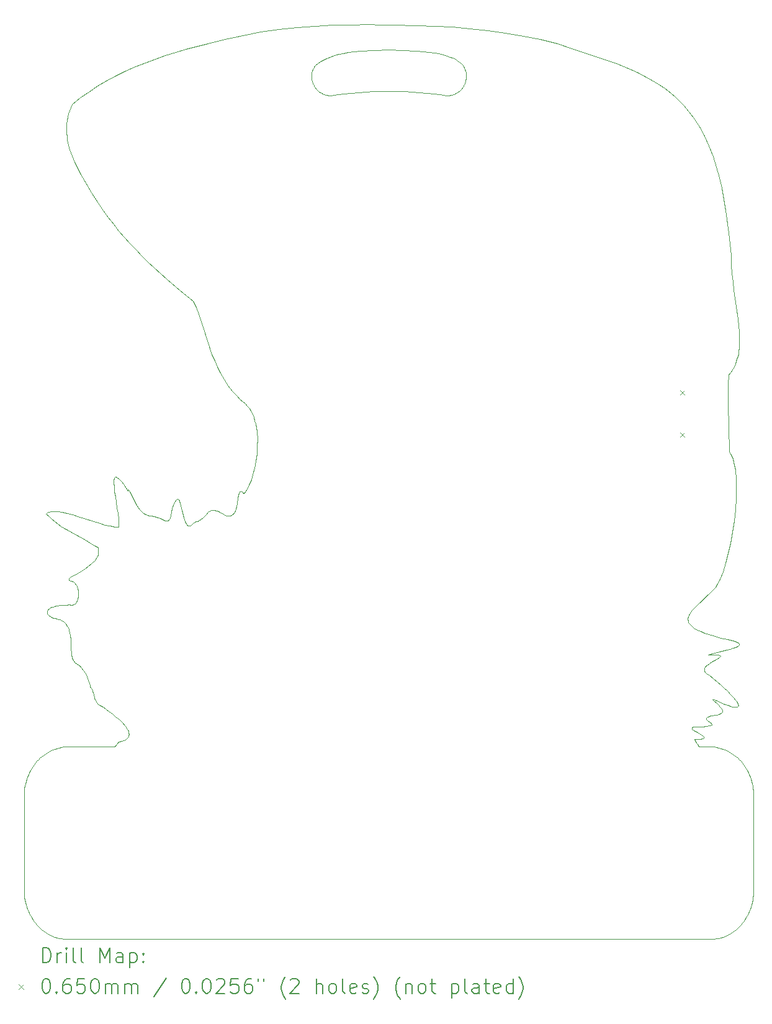
<source format=gbr>
%TF.GenerationSoftware,KiCad,Pcbnew,7.0.10*%
%TF.CreationDate,2024-02-23T13:36:47-06:00*%
%TF.ProjectId,B-Sides 2024,422d5369-6465-4732-9032-3032342e6b69,rev?*%
%TF.SameCoordinates,Original*%
%TF.FileFunction,Drillmap*%
%TF.FilePolarity,Positive*%
%FSLAX45Y45*%
G04 Gerber Fmt 4.5, Leading zero omitted, Abs format (unit mm)*
G04 Created by KiCad (PCBNEW 7.0.10) date 2024-02-23 13:36:47*
%MOMM*%
%LPD*%
G01*
G04 APERTURE LIST*
%ADD10C,0.123989*%
%ADD11C,0.090406*%
%ADD12C,0.200000*%
%ADD13C,0.100000*%
G04 APERTURE END LIST*
D10*
X7192267Y-9534348D02*
X7179986Y-9499523D01*
X5657220Y-9899931D02*
X5702954Y-9926555D01*
X5711729Y-11607163D02*
X5715390Y-11625712D01*
X14104827Y-4153019D02*
X14054653Y-4096268D01*
X5684974Y-11295153D02*
X5693111Y-11340114D01*
X8185734Y-9137068D02*
X8161314Y-9215591D01*
X5648614Y-4307271D02*
X5643224Y-4351348D01*
X5238649Y-13050617D02*
X5218852Y-13073960D01*
X14458735Y-11580698D02*
X14549362Y-11558049D01*
D11*
X11074869Y-3808712D02*
X11069497Y-3820600D01*
D10*
X7681081Y-9633345D02*
X7665818Y-9629627D01*
X14539263Y-15467886D02*
X14568275Y-15460397D01*
X14807965Y-12293087D02*
X14806957Y-12282070D01*
X5693573Y-10545797D02*
X5683632Y-10554165D01*
X14579627Y-5236937D02*
X14546351Y-5088614D01*
D11*
X9139395Y-3485931D02*
X9156054Y-3477363D01*
X10977518Y-3494441D02*
X11003629Y-3512825D01*
X9011213Y-3820617D02*
X9005839Y-3808727D01*
D10*
X14729205Y-12951114D02*
X14704133Y-12934948D01*
X14456544Y-12207123D02*
X14469635Y-12209669D01*
X6050330Y-10278181D02*
X6036447Y-10299049D01*
X14667531Y-7962195D02*
X14669834Y-7871478D01*
X14776952Y-15348173D02*
X14799553Y-15328231D01*
X6324957Y-9176285D02*
X6313755Y-9174058D01*
X14557658Y-10566097D02*
X14597533Y-10465254D01*
X5577643Y-10922931D02*
X5549688Y-10926072D01*
X14719169Y-8891130D02*
X14701585Y-8859301D01*
X5402362Y-15415354D02*
X5428895Y-15428794D01*
X6305848Y-12847421D02*
X6303760Y-12850746D01*
X14777258Y-9192965D02*
X14766431Y-9074102D01*
X5375791Y-11016687D02*
X5376495Y-11025549D01*
X14274552Y-12751771D02*
X14297330Y-12749397D01*
X5150121Y-15158058D02*
X5165661Y-15185353D01*
X14277012Y-4395971D02*
X14196402Y-4271456D01*
X5784379Y-10662923D02*
X5789622Y-10675587D01*
X7083411Y-9605797D02*
X7074388Y-9654046D01*
X14202823Y-10969174D02*
X14473091Y-10702215D01*
X6002239Y-10338611D02*
X5982494Y-10357313D01*
X5090516Y-13326325D02*
X5082474Y-13358299D01*
X14469635Y-12209669D02*
X14500057Y-12220991D01*
X13245607Y-3573854D02*
X13146283Y-3534837D01*
X14480593Y-11676409D02*
X14540591Y-11639884D01*
X14120407Y-11101641D02*
X14124011Y-11081713D01*
D11*
X9148671Y-3951670D02*
X9136781Y-3946281D01*
D10*
X13439760Y-3659432D02*
X13343530Y-3615247D01*
X5672955Y-10568927D02*
X5672797Y-10575326D01*
D11*
X9030583Y-3854327D02*
X9023602Y-3843434D01*
D10*
X5327184Y-12968581D02*
X5303723Y-12987306D01*
D11*
X8997275Y-3629299D02*
X9001373Y-3618963D01*
D10*
X5500183Y-10934606D02*
X5478603Y-10939886D01*
X14816242Y-11446870D02*
X14808412Y-11439325D01*
X14334249Y-12718882D02*
X14327780Y-12711743D01*
X11147198Y-3055272D02*
X10905614Y-3034661D01*
D11*
X9072677Y-3902963D02*
X9063355Y-3894069D01*
X10650646Y-3946465D02*
X10456624Y-3927791D01*
D10*
X14711270Y-7737686D02*
X14722003Y-7721249D01*
X7065759Y-9692802D02*
X7061481Y-9708880D01*
X8136077Y-8239026D02*
X8159161Y-8277210D01*
X14348279Y-11304013D02*
X14294854Y-11282844D01*
D11*
X9623943Y-3928006D02*
X9430019Y-3946738D01*
D10*
X5725736Y-11659486D02*
X5732696Y-11674497D01*
X6058296Y-12256464D02*
X6063587Y-12262509D01*
X14412050Y-12568626D02*
X14424776Y-12565396D01*
X14560711Y-11608961D02*
X14553246Y-11605158D01*
X6481544Y-9355630D02*
X6478435Y-9361781D01*
X14327780Y-12711743D02*
X14307880Y-12696336D01*
X14500057Y-12220991D02*
X14625743Y-12274780D01*
X6304772Y-9176884D02*
X6297855Y-9184423D01*
X14734580Y-7698822D02*
X14749162Y-7669047D01*
X14231115Y-12788262D02*
X14221674Y-12772130D01*
X11870929Y-3157361D02*
X11631480Y-3116686D01*
D11*
X9109109Y-3503472D02*
X9123756Y-3494635D01*
D10*
X14734371Y-8928954D02*
X14719169Y-8891130D01*
X6281915Y-5724146D02*
X6355202Y-5815110D01*
X14252584Y-12823747D02*
X14249629Y-12819053D01*
X6422191Y-12768823D02*
X6393805Y-12778795D01*
X6287756Y-9254942D02*
X6291093Y-9309680D01*
D11*
X9017705Y-3588566D02*
X9024581Y-3578647D01*
D10*
X5741369Y-10913939D02*
X5731906Y-10917275D01*
X6491927Y-9352320D02*
X6488264Y-9351053D01*
X6488264Y-9351053D02*
X6484811Y-9352105D01*
X14704134Y-15400530D02*
X14729205Y-15384364D01*
X5075810Y-13390907D02*
X5070563Y-13424108D01*
X14271470Y-12848833D02*
X14269870Y-12847314D01*
X14280080Y-12853527D02*
X14278685Y-12853164D01*
X5376495Y-11025549D02*
X5379140Y-11034404D01*
D11*
X10507968Y-3367201D02*
X10588318Y-3376274D01*
D10*
X5771528Y-10639724D02*
X5778351Y-10650935D01*
X5716739Y-4792122D02*
X5752628Y-4878616D01*
X5800510Y-10816972D02*
X5797618Y-10830347D01*
D11*
X9059938Y-3540096D02*
X9070871Y-3530753D01*
X9199054Y-3967377D02*
X9186068Y-3964361D01*
D10*
X6342376Y-9669786D02*
X6350929Y-9740128D01*
D11*
X11042652Y-3864822D02*
X11034687Y-3874960D01*
X10588318Y-3376274D02*
X10660732Y-3387074D01*
D10*
X13801894Y-3872406D02*
X13715363Y-3812895D01*
X13885271Y-3936788D02*
X13801894Y-3872406D01*
X5631463Y-15480637D02*
X5662361Y-15481509D01*
D11*
X9173331Y-3960727D02*
X9160859Y-3956491D01*
D10*
X5664257Y-11232038D02*
X5672479Y-11252356D01*
D11*
X9156054Y-3477363D02*
X9173758Y-3468932D01*
D10*
X5640029Y-10919173D02*
X5607752Y-10920613D01*
X14700401Y-10072846D02*
X14727124Y-9923543D01*
X7552169Y-9679171D02*
X7537549Y-9696986D01*
X5570951Y-15473784D02*
X5600980Y-15478048D01*
X5697986Y-11386380D02*
X5700692Y-11433090D01*
X14251513Y-12578811D02*
X14321782Y-12578431D01*
X5804309Y-10745472D02*
X5804997Y-10760049D01*
X5441721Y-10952199D02*
X5426390Y-10959120D01*
X5654202Y-4572533D02*
X5663094Y-4616706D01*
D11*
X10868509Y-3969551D02*
X10855082Y-3971260D01*
D10*
X5428895Y-12906685D02*
X5402362Y-12920125D01*
X14334592Y-12737203D02*
X14338084Y-12731683D01*
X14406583Y-11871600D02*
X14383613Y-11859083D01*
X14540591Y-11639884D02*
X14558459Y-11625300D01*
X14507384Y-4942751D02*
X14461844Y-4799953D01*
X14418313Y-15481509D02*
X14449211Y-15480637D01*
X8046000Y-9383621D02*
X8036091Y-9374942D01*
X14512674Y-12419284D02*
X14537662Y-12414064D01*
X7323412Y-9841087D02*
X7309793Y-9840840D01*
X5892667Y-10425017D02*
X5845301Y-10454655D01*
X14747265Y-8972344D02*
X14734371Y-8928954D01*
D11*
X9006127Y-3608727D02*
X9011562Y-3598594D01*
D10*
X14558459Y-11625300D02*
X14562900Y-11619073D01*
X14980773Y-15040454D02*
X14990158Y-15009155D01*
X7442571Y-6952036D02*
X7503828Y-7134018D01*
D11*
X11017370Y-3894020D02*
X11008052Y-3902906D01*
D10*
X6021102Y-12176608D02*
X6025801Y-12192304D01*
X14515979Y-10646229D02*
X14557658Y-10566097D01*
D11*
X11050133Y-3854299D02*
X11042652Y-3864822D01*
D10*
X11389695Y-3082635D02*
X11147198Y-3055272D01*
X7482454Y-9750033D02*
X7470410Y-9757714D01*
X5377042Y-11007874D02*
X5375791Y-11016687D01*
D11*
X8985706Y-3682398D02*
X8986917Y-3671597D01*
X9123756Y-3494635D02*
X9139395Y-3485931D01*
D10*
X14597533Y-10465254D02*
X14635012Y-10347140D01*
X6359993Y-12787153D02*
X6348908Y-12797623D01*
X11631480Y-3116686D02*
X11389695Y-3082635D01*
X13625968Y-3757840D02*
X13534003Y-3706824D01*
X14596724Y-15451357D02*
X14624571Y-15440809D01*
X5802882Y-10730958D02*
X5804309Y-10745472D01*
D11*
X9136781Y-3946281D02*
X9125208Y-3940341D01*
D10*
X14809888Y-11475768D02*
X14816596Y-11468728D01*
D11*
X9032216Y-3568837D02*
X9040637Y-3559141D01*
D10*
X6301857Y-12853970D02*
X5662361Y-12853970D01*
D11*
X9040637Y-3559141D02*
X9049869Y-3549560D01*
D10*
X14175326Y-12596196D02*
X14180909Y-12591122D01*
X14808412Y-11439325D02*
X14796281Y-11431643D01*
X14647839Y-11534328D02*
X14694698Y-11521989D01*
X14822867Y-7265987D02*
X14818384Y-7186002D01*
X5509175Y-11110427D02*
X5532225Y-11115559D01*
D11*
X9160859Y-3956491D02*
X9148671Y-3951670D01*
D10*
X14494649Y-10677455D02*
X14515979Y-10646229D01*
X14278685Y-12853164D02*
X14277294Y-12852661D01*
X5413113Y-10966478D02*
X5401876Y-10974217D01*
X8036091Y-9374942D02*
X8027363Y-9370142D01*
X7338249Y-9836091D02*
X7323412Y-9841087D01*
X7158695Y-9473940D02*
X7150484Y-9474439D01*
D11*
X9650688Y-3363378D02*
X9836834Y-3352105D01*
D10*
X14773793Y-12314094D02*
X14788583Y-12312667D01*
X14591069Y-12369714D02*
X14590255Y-12358247D01*
X7651873Y-9627500D02*
X7639130Y-9626861D01*
X6287953Y-9231935D02*
X6287756Y-9254942D01*
X14694698Y-11521989D02*
X14737133Y-11509291D01*
X5351469Y-12951115D02*
X5327184Y-12968581D01*
X14749074Y-9770718D02*
X14765656Y-9617810D01*
X14381689Y-12491983D02*
X14376729Y-12486126D01*
X8008807Y-8108278D02*
X8047486Y-8142217D01*
X9518056Y-3003981D02*
X9271455Y-3010436D01*
X7626769Y-7498901D02*
X7662102Y-7587966D01*
D11*
X8990941Y-3650262D02*
X8993806Y-3639733D01*
D10*
X6070295Y-10137548D02*
X6075956Y-10162842D01*
X6358615Y-12482612D02*
X6400961Y-12523462D01*
X5654534Y-11212584D02*
X5664257Y-11232038D01*
X7390937Y-9784856D02*
X7371924Y-9808455D01*
X14590255Y-12358247D02*
X14586545Y-12346265D01*
X7757647Y-9666236D02*
X7735946Y-9655101D01*
X7700820Y-7675364D02*
X7743695Y-7760693D01*
X14727124Y-9923543D02*
X14749074Y-9770718D01*
X6350929Y-9740128D02*
X6356041Y-9803589D01*
X14262432Y-12838353D02*
X14260235Y-12835284D01*
X5482256Y-9782905D02*
X5524453Y-9814202D01*
X7665818Y-9629627D02*
X7651873Y-9627500D01*
X7285858Y-9826540D02*
X7275368Y-9813446D01*
X5974501Y-12047123D02*
X5981876Y-12060118D01*
X14681546Y-8833897D02*
X14672774Y-8474361D01*
X6356478Y-9857461D02*
X6300778Y-9853116D01*
X14190890Y-12586777D02*
X14205699Y-12583229D01*
X5772927Y-10886995D02*
X5765998Y-10895568D01*
X14861823Y-15261519D02*
X14880611Y-15237126D01*
X5985549Y-12066011D02*
X5988935Y-12072189D01*
X7845010Y-7923534D02*
X7904995Y-8000241D01*
X5070563Y-14911372D02*
X5075810Y-14944572D01*
X5920298Y-11898417D02*
X5930006Y-11923337D01*
D11*
X9565305Y-3371617D02*
X9650688Y-3363378D01*
D10*
X6839295Y-6320727D02*
X7013526Y-6476604D01*
X7845632Y-9704010D02*
X7826183Y-9699766D01*
X5099901Y-13295026D02*
X5090516Y-13326325D01*
X5837450Y-5047900D02*
X5884347Y-5130178D01*
X5483951Y-15451357D02*
X5512399Y-15460397D01*
X5426390Y-10959120D02*
X5413113Y-10966478D01*
X5135738Y-15129879D02*
X5150121Y-15158058D01*
X6395033Y-9242488D02*
X6373415Y-9216666D01*
D11*
X11095599Y-3718063D02*
X11094564Y-3731692D01*
X10966775Y-3933776D02*
X10955539Y-3940239D01*
D10*
X7028077Y-9769529D02*
X7022279Y-9772027D01*
X7013526Y-6476604D02*
X7191947Y-6627619D01*
X14272996Y-12850105D02*
X14271470Y-12848833D01*
X5303723Y-15348173D02*
X5327184Y-15366898D01*
X6561980Y-9492370D02*
X6509222Y-9377499D01*
X13534003Y-3706824D02*
X13439760Y-3659432D01*
D11*
X11059679Y-3571798D02*
X11071840Y-3592630D01*
D10*
X5693111Y-11340114D02*
X5697986Y-11386380D01*
X5259418Y-13028365D02*
X5238649Y-13050617D01*
D11*
X10723859Y-3399600D02*
X10779040Y-3413417D01*
X9430019Y-3946738D02*
X9339097Y-3958898D01*
D10*
X7804760Y-9691683D02*
X7781250Y-9679487D01*
X5587109Y-9655580D02*
X5526567Y-9645264D01*
X14818384Y-7186002D02*
X14810410Y-7102771D01*
X7074388Y-9654046D02*
X7065759Y-9692802D01*
X6430882Y-5903978D02*
X6508787Y-5990860D01*
X14731428Y-11407744D02*
X14661813Y-11391061D01*
D11*
X9225706Y-3971487D02*
X9212272Y-3969758D01*
D10*
X5456104Y-15440809D02*
X5483951Y-15451357D01*
X5063690Y-14808631D02*
X5064466Y-14843359D01*
X14383613Y-11859083D02*
X14366269Y-11846413D01*
X6075500Y-12273690D02*
X6082174Y-12278782D01*
X14180909Y-12591122D02*
X14190890Y-12586777D01*
X7265746Y-9797029D02*
X7256906Y-9777769D01*
X7539804Y-3265927D02*
X7267355Y-3338024D01*
X5615000Y-11160480D02*
X5630043Y-11176697D01*
X14375385Y-12574182D02*
X14412050Y-12568626D01*
X7781250Y-9679487D02*
X7757647Y-9666236D01*
X6082174Y-12278782D02*
X6089363Y-12283515D01*
X14813739Y-7454253D02*
X14818275Y-7417746D01*
X6853122Y-3469856D02*
X6715945Y-3520966D01*
X12944599Y-3462268D02*
X12740819Y-3394211D01*
D11*
X9212272Y-3969758D02*
X9199054Y-3967377D01*
X10779040Y-3413417D02*
X10828697Y-3428069D01*
D10*
X7803729Y-3204481D02*
X7539804Y-3265927D01*
X5826346Y-11755812D02*
X5837232Y-11766175D01*
X15004864Y-13390907D02*
X14998201Y-13358298D01*
X14930553Y-13177421D02*
X14915013Y-13150125D01*
D11*
X10855082Y-3971260D02*
X10841457Y-3972299D01*
D10*
X14449211Y-15480637D02*
X14479694Y-15478048D01*
X14338084Y-12731683D02*
X14337827Y-12725553D01*
X13343530Y-3615247D02*
X13245607Y-3573854D01*
X5789622Y-10675587D02*
X5794085Y-10688824D01*
X6787512Y-9704344D02*
X6767209Y-9700640D01*
X6624104Y-9596185D02*
X6600825Y-9562360D01*
X5758423Y-10902984D02*
X5750211Y-10909141D01*
D11*
X9038065Y-3864854D02*
X9030583Y-3854327D01*
D10*
X5647373Y-4528296D02*
X5654202Y-4572533D01*
X14131387Y-11060951D02*
X14142746Y-11039336D01*
X14398681Y-12445073D02*
X14413490Y-12439387D01*
X8047687Y-3148780D02*
X7925709Y-3175239D01*
X7256906Y-9777769D02*
X7241220Y-9732639D01*
X14596723Y-12884121D02*
X14568275Y-12875082D01*
X14196402Y-4271456D02*
X14104827Y-4153019D01*
X7893257Y-9696472D02*
X7879056Y-9702088D01*
X5523873Y-10929983D02*
X5500183Y-10934606D01*
D11*
X10943970Y-3946167D02*
X10932085Y-3951543D01*
X10894702Y-3964190D02*
X10881722Y-3967188D01*
D10*
X6863708Y-9720139D02*
X6846352Y-9715436D01*
X6315452Y-3698771D02*
X6187619Y-3766906D01*
D11*
X11088008Y-3635876D02*
X11092558Y-3658231D01*
D10*
X6650235Y-9627587D02*
X6636800Y-9612266D01*
X8239029Y-8549824D02*
X8246420Y-8650893D01*
X5165661Y-15185353D02*
X5182321Y-15211723D01*
X5066769Y-13457860D02*
X5064466Y-13492121D01*
X14970083Y-15071035D02*
X14980773Y-15040454D01*
X14821257Y-15307114D02*
X14842026Y-15284863D01*
X5797402Y-9712634D02*
X5723731Y-9690394D01*
X13715363Y-3812895D02*
X13625968Y-3757840D01*
X5802702Y-10803153D02*
X5800510Y-10816972D01*
X5944025Y-3917749D02*
X5829455Y-4000882D01*
X14754407Y-12312668D02*
X14773793Y-12314094D01*
X5099901Y-15040454D02*
X5110591Y-15071035D01*
X14205699Y-12583229D02*
X14251513Y-12578811D01*
X5082474Y-13358299D02*
X5075810Y-13390907D01*
X7503828Y-7134018D02*
X7563166Y-7317380D01*
X5218852Y-13073960D02*
X5200064Y-13098354D01*
D11*
X9173758Y-3468932D02*
X9192533Y-3460642D01*
D10*
X5390468Y-9656234D02*
X5376005Y-9665657D01*
X5882421Y-11823482D02*
X5896747Y-11848131D01*
X6846352Y-9715436D02*
X6827897Y-9711166D01*
X14970083Y-13264444D02*
X14958125Y-13234622D01*
X5668000Y-4219532D02*
X5656831Y-4263321D01*
X14538625Y-12283906D02*
X14513245Y-12260627D01*
X14347537Y-4525960D02*
X14277012Y-4395971D01*
X14455494Y-12208765D02*
X14456544Y-12207123D01*
X5888625Y-10029424D02*
X5980658Y-10081908D01*
X14666094Y-12289444D02*
X14700816Y-12300526D01*
X5746214Y-10611769D02*
X5755467Y-10620039D01*
X5385464Y-10990615D02*
X5380262Y-10999165D01*
X7927167Y-9664314D02*
X7917200Y-9677309D01*
X7961471Y-9576218D02*
X7950406Y-9614978D01*
X6297855Y-9184423D02*
X6292848Y-9196337D01*
D11*
X10873102Y-3443528D02*
X10912526Y-3459762D01*
X8984756Y-3704252D02*
X8984994Y-3693284D01*
D10*
X8246420Y-8650893D02*
X8245922Y-8753517D01*
X7048260Y-9745162D02*
X7043577Y-9753618D01*
X14509723Y-12861695D02*
X14479694Y-12857431D01*
D11*
X11044438Y-3551533D02*
X11059679Y-3571798D01*
X10828697Y-3428069D02*
X10873102Y-3443528D01*
D10*
X5327184Y-15366898D02*
X5351470Y-15384364D01*
X8047486Y-8142217D02*
X8080370Y-8171263D01*
D11*
X9049869Y-3549560D02*
X9059938Y-3540096D01*
D10*
X15016984Y-13526848D02*
X15016208Y-13492120D01*
X8196434Y-8360857D02*
X8210883Y-8405788D01*
D11*
X11057111Y-3843410D02*
X11050133Y-3854299D01*
D10*
X14796281Y-11431643D02*
X14779584Y-11423822D01*
X5351470Y-15384364D02*
X5376541Y-15400530D01*
X15016208Y-13492120D02*
X15013905Y-13457859D01*
X9765625Y-3002323D02*
X9518056Y-3003981D01*
X7662102Y-7587966D02*
X7700820Y-7675364D01*
X5640410Y-4439758D02*
X5642733Y-4484027D01*
X14701585Y-8859301D02*
X14681546Y-8833897D01*
X14281496Y-12853772D02*
X14280080Y-12853527D01*
D11*
X10932085Y-3951543D02*
X10919901Y-3956350D01*
D10*
X6729430Y-9687413D02*
X6711900Y-9678198D01*
X5939170Y-10392579D02*
X5892667Y-10425017D01*
X5662361Y-15481509D02*
X14418313Y-15481509D01*
X14672774Y-8474361D02*
X14667736Y-8184253D01*
X14460857Y-11340017D02*
X14404174Y-11323019D01*
D11*
X9046033Y-3874998D02*
X9038065Y-3864854D01*
D10*
X5732696Y-11674497D02*
X5741029Y-11688113D01*
X14580342Y-12333920D02*
X14562061Y-12308738D01*
X8135216Y-9282916D02*
X8108474Y-9336919D01*
D11*
X11095113Y-3681033D02*
X11095947Y-3704254D01*
X10232818Y-3350350D02*
X10421034Y-3359855D01*
D10*
X14394700Y-12503538D02*
X14381689Y-12491983D01*
D11*
X10947241Y-3476743D02*
X10977518Y-3494441D01*
X9063355Y-3894069D02*
X9054469Y-3884742D01*
D10*
X7521677Y-9715294D02*
X7512981Y-9724371D01*
X6715945Y-3520966D02*
X6580210Y-3576014D01*
X7043577Y-9753618D02*
X7038682Y-9760429D01*
D11*
X9829245Y-3916735D02*
X9623943Y-3928006D01*
D10*
X6025801Y-12192304D02*
X6031168Y-12207678D01*
D11*
X11034687Y-3874960D02*
X11026254Y-3884698D01*
D10*
X14624570Y-12894669D02*
X14596723Y-12884121D01*
X5720013Y-11643189D02*
X5725736Y-11659486D01*
X14673369Y-5842793D02*
X14632612Y-5538558D01*
X6303760Y-12850746D02*
X6301857Y-12853970D01*
X8108474Y-9336919D02*
X8082124Y-9375474D01*
X7150484Y-9474439D02*
X7141571Y-9480251D01*
X5640531Y-4395521D02*
X5640410Y-4439758D01*
X7131867Y-9491855D02*
X7121287Y-9509732D01*
X14998201Y-14977181D02*
X15004864Y-14944572D01*
X10666568Y-3020866D02*
X10431682Y-3013950D01*
X14392992Y-11602521D02*
X14421689Y-11591697D01*
X14376729Y-12486126D02*
X14373197Y-12480236D01*
X14268182Y-12845528D02*
X14266390Y-12843453D01*
X14139510Y-11173405D02*
X14130127Y-11156617D01*
D11*
X9023602Y-3843434D02*
X9017140Y-3832192D01*
D10*
X14198377Y-12630015D02*
X14180679Y-12615079D01*
X6986556Y-9768148D02*
X6968298Y-9760899D01*
X12740819Y-3394211D02*
X12537280Y-3327340D01*
X7735946Y-9655101D02*
X7716029Y-9645977D01*
X14766431Y-9074102D02*
X14747265Y-8972344D01*
X6069313Y-12268258D02*
X6075500Y-12273690D01*
X7442821Y-9771138D02*
X7427043Y-9776671D01*
X7215381Y-9629371D02*
X7192267Y-9534348D01*
X6031168Y-12207678D02*
X6037416Y-12222557D01*
X14732488Y-6513910D02*
X14721692Y-6397299D01*
X7950406Y-9614978D02*
X7943657Y-9632872D01*
X14277294Y-12852661D02*
X14275893Y-12851998D01*
X7503623Y-9733256D02*
X7493486Y-9741845D01*
X5672479Y-11252356D02*
X5679340Y-11273430D01*
D11*
X9092555Y-3919382D02*
X9082415Y-3911406D01*
D10*
X14178253Y-10993467D02*
X14202823Y-10969174D01*
X6044759Y-12236771D02*
X6048908Y-12243574D01*
X14861822Y-13073959D02*
X14842025Y-13050616D01*
X6211190Y-5630976D02*
X6281915Y-5724146D01*
D11*
X8993200Y-3771329D02*
X8990204Y-3758343D01*
D10*
X14408855Y-4660822D02*
X14347537Y-4525960D01*
X14651779Y-15428794D02*
X14678313Y-15415354D01*
X7997484Y-9394681D02*
X7989852Y-9422004D01*
D11*
X9416680Y-3393302D02*
X9486852Y-3381591D01*
D10*
X6600825Y-9562360D02*
X6580188Y-9527345D01*
X7409291Y-6862568D02*
X7442571Y-6952036D01*
X14142746Y-11039336D02*
X14158298Y-11016848D01*
X14523490Y-11600268D02*
X14471184Y-11599278D01*
X14998201Y-13358298D02*
X14990158Y-13326324D01*
X8002000Y-9384220D02*
X7997484Y-9394681D01*
X6289599Y-9212287D02*
X6287953Y-9231935D01*
X7606947Y-9632815D02*
X7597846Y-9637074D01*
D11*
X8987845Y-3745126D02*
X8986139Y-3731694D01*
D10*
X6393805Y-12778795D02*
X6359993Y-12787153D01*
X7166291Y-9478274D02*
X7158695Y-9473940D01*
X7241220Y-9732639D02*
X7215381Y-9629371D01*
X6310621Y-12840446D02*
X6308132Y-12843989D01*
X15016984Y-14808631D02*
X15016984Y-13526848D01*
X5218852Y-15261519D02*
X5238649Y-15284863D01*
D11*
X11003629Y-3512825D02*
X11025845Y-3531865D01*
X8986917Y-3671597D02*
X8988653Y-3660884D01*
D10*
X5696526Y-10590646D02*
X5713469Y-10594471D01*
X5600980Y-12857431D02*
X5570951Y-12861695D01*
X5541411Y-12867593D02*
X5512399Y-12875082D01*
X14440503Y-12558112D02*
X14444101Y-12554088D01*
X14432110Y-12433791D02*
X14454841Y-12428303D01*
D11*
X11090500Y-3758337D02*
X11087505Y-3771321D01*
D10*
X7616784Y-9629623D02*
X7606947Y-9632815D01*
X6220121Y-12371391D02*
X6266035Y-12405667D01*
X5468441Y-11098374D02*
X5487909Y-11104680D01*
X14944936Y-13205600D02*
X14930553Y-13177421D01*
X14799553Y-13007247D02*
X14776952Y-12987305D01*
X5450786Y-11091562D02*
X5468441Y-11098374D01*
X6308382Y-9444565D02*
X6331613Y-9595272D01*
X5082474Y-14977181D02*
X5090516Y-15009155D01*
X6339069Y-12807397D02*
X6330398Y-12816522D01*
X5884347Y-5130178D02*
X5982025Y-5288731D01*
X14479694Y-15478048D02*
X14509724Y-15473784D01*
X12106417Y-3204596D02*
X11870929Y-3157361D01*
X5656831Y-4263321D02*
X5648614Y-4307271D01*
X7597846Y-9637074D02*
X7589365Y-9642296D01*
X5789448Y-11727728D02*
X5802484Y-11736544D01*
X14344811Y-11795044D02*
X14349341Y-11782238D01*
X7267355Y-3338024D02*
X7129423Y-3378597D01*
D11*
X10919901Y-3956350D02*
X10907434Y-3960571D01*
D10*
X14818275Y-7417746D02*
X14823088Y-7343109D01*
X5755467Y-10620039D02*
X5763902Y-10629391D01*
X5702954Y-9926555D02*
X5888625Y-10029424D01*
X5857065Y-11788134D02*
X5866073Y-11799640D01*
X6139843Y-12315788D02*
X6220121Y-12371391D01*
X14898354Y-15211723D02*
X14915014Y-15185353D01*
X6968298Y-9760899D02*
X6923024Y-9741209D01*
X6588749Y-6075866D02*
X6670600Y-6159105D01*
X15010111Y-13424107D02*
X15004864Y-13390907D01*
X8225397Y-8954934D02*
X8207440Y-9049474D01*
X5472810Y-9641181D02*
X5448853Y-9641830D01*
X14314644Y-12746131D02*
X14326921Y-12742043D01*
X14704133Y-12934948D02*
X14678312Y-12920125D01*
D11*
X9017140Y-3832192D02*
X9011213Y-3820617D01*
D10*
X14823088Y-7343109D02*
X14822867Y-7265987D01*
X7863218Y-9704692D02*
X7845632Y-9704010D01*
X5757255Y-10505650D02*
X5721210Y-10527065D01*
X5549688Y-10926072D02*
X5523873Y-10929983D01*
X6495829Y-9355752D02*
X6491927Y-9352320D01*
X14321782Y-12578431D02*
X14375385Y-12574182D01*
X5711143Y-10919153D02*
X5674488Y-10918669D01*
D11*
X9054469Y-3884742D02*
X9046033Y-3874998D01*
D10*
X14737133Y-11509291D02*
X14773013Y-11496202D01*
X5383710Y-11043198D02*
X5390192Y-11051874D01*
D11*
X9001373Y-3618963D02*
X9006127Y-3608727D01*
X10955539Y-3940239D02*
X10943970Y-3946167D01*
D10*
X14404174Y-11323019D02*
X14348279Y-11304013D01*
X6330398Y-12816522D02*
X6322818Y-12825042D01*
X14257872Y-12831841D02*
X14255327Y-12828002D01*
X6580210Y-3576014D02*
X6446514Y-3635212D01*
X5570951Y-12861695D02*
X5541411Y-12867593D01*
X5797778Y-10702533D02*
X5800707Y-10716612D01*
X14379309Y-12456657D02*
X14387387Y-12450835D01*
X7904995Y-8000241D02*
X7937658Y-8037240D01*
X14944936Y-15129879D02*
X14958125Y-15100857D01*
X5679340Y-11273430D02*
X5684974Y-11295153D01*
X7627473Y-9627603D02*
X7616784Y-9629623D01*
X7275368Y-9813446D02*
X7265746Y-9797029D01*
X14437009Y-12535808D02*
X14424744Y-12525575D01*
X7470410Y-9757714D02*
X7457238Y-9764784D01*
X6486865Y-12715071D02*
X6477486Y-12730361D01*
X14586545Y-12346265D02*
X14580342Y-12333920D01*
X14753490Y-15366898D02*
X14776952Y-15348173D01*
X5988935Y-12072189D02*
X5994950Y-12085316D01*
D11*
X9212406Y-3452495D02*
X9233401Y-3444493D01*
D10*
X14260235Y-12835284D02*
X14257872Y-12831841D01*
X6331613Y-9595272D02*
X6342376Y-9669786D01*
D11*
X11094564Y-3731692D02*
X11092859Y-3745122D01*
D10*
X5980658Y-10081908D02*
X6025863Y-10109218D01*
X14807655Y-7490282D02*
X14813739Y-7454253D01*
X14054653Y-4096268D02*
X14001409Y-4041262D01*
D11*
X10977661Y-3926794D02*
X10966775Y-3933776D01*
X9192533Y-3460642D02*
X9212406Y-3452495D01*
D10*
X5800707Y-10716612D02*
X5802882Y-10730958D01*
X5994950Y-12085316D02*
X6000135Y-12099327D01*
X6670600Y-6159105D02*
X6754171Y-6240689D01*
X14785146Y-12238100D02*
X14772474Y-12220412D01*
X5612109Y-9872485D02*
X5657220Y-9899931D01*
X14805410Y-12301981D02*
X14807965Y-12293087D01*
X14821256Y-13028365D02*
X14799553Y-13007247D01*
X6004704Y-12114049D02*
X6021102Y-12176608D01*
X7573794Y-9655208D02*
X7566471Y-9662688D01*
X6036447Y-10299049D02*
X6020320Y-10319190D01*
X5960680Y-12013153D02*
X5967516Y-12031348D01*
X6493660Y-12681469D02*
X6492166Y-12698736D01*
X14608087Y-5387120D02*
X14579627Y-5236937D01*
X5953752Y-11992895D02*
X5960680Y-12013153D01*
X14221674Y-12772130D02*
X14210885Y-12753562D01*
X14444256Y-12545354D02*
X14441408Y-12540675D01*
X14790457Y-7561095D02*
X14799927Y-7525880D01*
X5674488Y-10918669D02*
X5640029Y-10919173D01*
X6075956Y-10162842D02*
X6077636Y-10187389D01*
X5597911Y-11145556D02*
X5615000Y-11160480D01*
X14568275Y-12875082D02*
X14539263Y-12867592D01*
X14371609Y-12468419D02*
X14374149Y-12462523D01*
X7354390Y-9825374D02*
X7338249Y-9836091D01*
X14183142Y-11219429D02*
X14166228Y-11204791D01*
X14349341Y-11782238D02*
X14356993Y-11769530D01*
X6319413Y-12829089D02*
X6316252Y-12833002D01*
X7297304Y-9835831D02*
X7285858Y-9826540D01*
X7935949Y-9649410D02*
X7927167Y-9664314D01*
X7581386Y-9648376D02*
X7573794Y-9655208D01*
X5829455Y-4000882D02*
X5720497Y-4089440D01*
X7943657Y-9632872D02*
X7935949Y-9649410D01*
X14307880Y-12696336D02*
X14252248Y-12662988D01*
D11*
X8985104Y-3718064D02*
X8984756Y-3704253D01*
D10*
X14749162Y-7669047D02*
X14765909Y-7630567D01*
X6061681Y-10256586D02*
X6050330Y-10278181D01*
X6077636Y-10187389D02*
X6075623Y-10211193D01*
X5930006Y-11923337D02*
X5938657Y-11947628D01*
X14624571Y-15440809D02*
X14651779Y-15428794D01*
X6075623Y-10211193D02*
X6070208Y-10234257D01*
X14418313Y-12853969D02*
X14291293Y-12853969D01*
X14806957Y-12282070D02*
X14802646Y-12269112D01*
X5982494Y-10357313D02*
X5939170Y-10392579D01*
D11*
X11008052Y-3902906D02*
X10998316Y-3911342D01*
D10*
X14454841Y-12428303D02*
X14481979Y-12422936D01*
X5064466Y-13492121D02*
X5063690Y-13526849D01*
X6037416Y-12222557D02*
X6040937Y-12229758D01*
X7427043Y-9776671D02*
X7409787Y-9781279D01*
X5401876Y-10974217D02*
X5392664Y-10982281D01*
X7173358Y-9486962D02*
X7166291Y-9478274D01*
X7129423Y-3378597D02*
X6991147Y-3422470D01*
X5752628Y-4878616D02*
X5793204Y-4963960D01*
X14799036Y-12308568D02*
X14802717Y-12305574D01*
D11*
X9103078Y-3926875D02*
X9092555Y-3919382D01*
D10*
X14562061Y-12308738D02*
X14538625Y-12283906D01*
X14800211Y-11482691D02*
X14809888Y-11475768D01*
X14297330Y-12749397D02*
X14314644Y-12746131D01*
D11*
X8996816Y-3784065D02*
X8993200Y-3771329D01*
D10*
X14413490Y-12439387D02*
X14432110Y-12433791D01*
D11*
X11079673Y-3796525D02*
X11074869Y-3808712D01*
D10*
X5390192Y-11051874D02*
X5398573Y-11060378D01*
D11*
X9095431Y-3512439D02*
X9109109Y-3503472D01*
D10*
X14780342Y-9325496D02*
X14777258Y-9192965D01*
X14124011Y-11081713D02*
X14131387Y-11060951D01*
X5676480Y-10581077D02*
X5684293Y-10586182D01*
X14479694Y-12857431D02*
X14449211Y-12854842D01*
X5699706Y-4132559D02*
X5682249Y-4175934D01*
X14842026Y-15284863D02*
X14861823Y-15261519D01*
X5662361Y-12853970D02*
X5631463Y-12854842D01*
D11*
X10881722Y-3967188D02*
X10868509Y-3969551D01*
D10*
X6636800Y-9612266D02*
X6624104Y-9596185D01*
X14721692Y-6397299D02*
X14713581Y-6274396D01*
D11*
X9186068Y-3964361D02*
X9173331Y-3960727D01*
D10*
X5281122Y-15328231D02*
X5303723Y-15348173D01*
X5524453Y-9814202D02*
X5567795Y-9843985D01*
X14915013Y-13150125D02*
X14898354Y-13123755D01*
X14553246Y-11605158D02*
X14540978Y-11602246D01*
X7409787Y-9781279D02*
X7390937Y-9784856D01*
D11*
X11071840Y-3592630D02*
X11081193Y-3613999D01*
D10*
X5778351Y-10650935D02*
X5784379Y-10662923D01*
D11*
X8988653Y-3660884D02*
X8990941Y-3650262D01*
X9255546Y-3436638D02*
X9278867Y-3428934D01*
D10*
X6053411Y-12250145D02*
X6058296Y-12256464D01*
X14701672Y-12139367D02*
X14657818Y-12095222D01*
X9931281Y-3003404D02*
X9765625Y-3002323D01*
X14366269Y-11846413D02*
X14354133Y-11833632D01*
X14537662Y-12414064D02*
X14557346Y-12407427D01*
D11*
X10456624Y-3927791D02*
X10251264Y-3916617D01*
D10*
X14678313Y-15415354D02*
X14704134Y-15400530D01*
X5793204Y-4963960D02*
X5837450Y-5047900D01*
X6923024Y-9741209D02*
X6895299Y-9730430D01*
X5682249Y-4175934D02*
X5668000Y-4219532D01*
X6099728Y-9807460D02*
X5797402Y-9712634D01*
X14513245Y-12260627D02*
X14469507Y-12223545D01*
X14661813Y-11391061D02*
X14569856Y-11368617D01*
X5630043Y-11176697D02*
X5643175Y-11194101D01*
X7052776Y-9734956D02*
X7048260Y-9745162D01*
X7512981Y-9724371D02*
X7503623Y-9733256D01*
X5802484Y-11736544D02*
X5814773Y-11745920D01*
X7905934Y-9688121D02*
X7893257Y-9696472D01*
D11*
X9082693Y-3521533D02*
X9095431Y-3512439D01*
D10*
X7743695Y-7760693D02*
X7791501Y-7843550D01*
X5684293Y-10586182D02*
X5696526Y-10590646D01*
X14175640Y-12608245D02*
X14173712Y-12601927D01*
X14765909Y-7630567D02*
X14779150Y-7595975D01*
X15013905Y-13457859D02*
X15010111Y-13424107D01*
X14557346Y-12407427D02*
X14572127Y-12399523D01*
X5700692Y-11433090D02*
X5703980Y-11524400D01*
X12336321Y-3258328D02*
X12106417Y-3204596D01*
X6509222Y-9377499D02*
X6499994Y-9361195D01*
X14444101Y-12554088D02*
X14445253Y-12549830D01*
X5110591Y-15071035D02*
X5122549Y-15100857D01*
D11*
X10034481Y-3347764D02*
X10232818Y-3350350D01*
D10*
X14130127Y-11156617D02*
X14123675Y-11139074D01*
X5376541Y-15400530D02*
X5402362Y-15415354D01*
X7537549Y-9696986D02*
X7521677Y-9715294D01*
X5066769Y-14877620D02*
X5070563Y-14911372D01*
X14816596Y-11468728D02*
X14820068Y-11461568D01*
D11*
X8986139Y-3731694D02*
X8985104Y-3718064D01*
X9011562Y-3598594D02*
X9017705Y-3588566D01*
D10*
X14625743Y-12274780D02*
X14666094Y-12289444D01*
X5643175Y-11194101D02*
X5654534Y-11212584D01*
X6711900Y-9678198D02*
X6695243Y-9667454D01*
X14473091Y-10702215D02*
X14494649Y-10677455D01*
X14729205Y-15384364D02*
X14753490Y-15366898D01*
X5459121Y-10945769D02*
X5441721Y-10952199D01*
X5487909Y-11104680D02*
X5509175Y-11110427D01*
X5837232Y-11766175D02*
X5847462Y-11776964D01*
X5380262Y-10999165D02*
X5377042Y-11007874D01*
X8109857Y-8203621D02*
X8136077Y-8239026D01*
X5789764Y-10855356D02*
X5784818Y-10866788D01*
X14713581Y-6274396D02*
X14708926Y-6144820D01*
X8057202Y-9396455D02*
X8046000Y-9383621D01*
X5376541Y-12934949D02*
X5351469Y-12951115D01*
X14373197Y-12480236D02*
X14371391Y-12474328D01*
X5683632Y-10554165D02*
X5676663Y-10561874D01*
X14409847Y-12514777D02*
X14394700Y-12503538D01*
X6025863Y-10109218D02*
X6070295Y-10137548D01*
X14694690Y-7758027D02*
X14702220Y-7749493D01*
X5763902Y-10629391D02*
X5771528Y-10639724D01*
X7373212Y-6774651D02*
X7409291Y-6862568D01*
X5847462Y-11776964D02*
X5857065Y-11788134D01*
X5607752Y-10920613D02*
X5577643Y-10922931D01*
X14539263Y-12867592D02*
X14509723Y-12861695D01*
X5135738Y-13205601D02*
X5122549Y-13234622D01*
X6499994Y-9361195D02*
X6495829Y-9355752D01*
D11*
X9278867Y-3428934D02*
X9303388Y-3421383D01*
D10*
X14387387Y-12450835D02*
X14398681Y-12445073D01*
X14326921Y-12742043D02*
X14334592Y-12737203D01*
D11*
X9113968Y-3933867D02*
X9103078Y-3926875D01*
D10*
X8210883Y-8405788D02*
X8222712Y-8452437D01*
X7141571Y-9480251D02*
X7131867Y-9491855D01*
X14740580Y-12181583D02*
X14701672Y-12139367D01*
X14294854Y-11282844D02*
X14245582Y-11259355D01*
D11*
X9356139Y-3406749D02*
X9416680Y-3393302D01*
D10*
X6747857Y-9694945D02*
X6729430Y-9687413D01*
X5420969Y-11076647D02*
X5434957Y-11084302D01*
D11*
X9486852Y-3381591D02*
X9565305Y-3371617D01*
D10*
X6300778Y-9853116D02*
X6238617Y-9842581D01*
X5723731Y-9690394D02*
X5653231Y-9671000D01*
X14669834Y-7871478D02*
X14672410Y-7816569D01*
X13944985Y-3988077D02*
X13885271Y-3936788D01*
X6292848Y-9196337D02*
X6289599Y-9212287D01*
X7589365Y-9642296D02*
X7581386Y-9648376D01*
X6020320Y-10319190D02*
X6002239Y-10338611D01*
X5896747Y-11848131D02*
X5909292Y-11873229D01*
X6895299Y-9730430D02*
X6863708Y-9720139D01*
X14772474Y-12220412D02*
X14740580Y-12181583D01*
X5797618Y-10830347D02*
X5794033Y-10843175D01*
X14708926Y-6144820D02*
X14673369Y-5842793D01*
X14635012Y-10347140D02*
X14669499Y-10215191D01*
X14930553Y-15158058D02*
X14944936Y-15129879D01*
X14180679Y-12615079D02*
X14175640Y-12608245D01*
X14158298Y-11016848D02*
X14178253Y-10993467D01*
X5721828Y-10919047D02*
X5711143Y-10919153D01*
X5063690Y-13526849D02*
X5063690Y-14808631D01*
X6478001Y-12625219D02*
X6486308Y-12644597D01*
D11*
X10988181Y-3919310D02*
X10977661Y-3926794D01*
X11095947Y-3704254D02*
X11095599Y-3718063D01*
D10*
X5721210Y-10527065D02*
X5693573Y-10545797D01*
X5448853Y-9641830D02*
X5427043Y-9644461D01*
X14990158Y-15009155D02*
X14998201Y-14977181D01*
X5643224Y-4351348D02*
X5640531Y-4395521D01*
X14880611Y-13098353D02*
X14861822Y-13073959D01*
X7970047Y-9535336D02*
X7961471Y-9576218D01*
X15010111Y-14911372D02*
X15013905Y-14877620D01*
X14337827Y-12725553D02*
X14334249Y-12718882D01*
X7002369Y-9772557D02*
X6994746Y-9770759D01*
X6348908Y-12797623D02*
X6339069Y-12807397D01*
D11*
X11083890Y-3784056D02*
X11079673Y-3796525D01*
D10*
X15013905Y-14877620D02*
X15016208Y-14843359D01*
X5408836Y-11068654D02*
X5420969Y-11076647D01*
X14730168Y-12308206D02*
X14754407Y-12312668D01*
X14788583Y-12312667D02*
X14799036Y-12308568D01*
X5238649Y-15284863D02*
X5259418Y-15307114D01*
X9025670Y-3022664D02*
X8780551Y-3041638D01*
X8780551Y-3041638D02*
X8535948Y-3068332D01*
X5750211Y-10909141D02*
X5741369Y-10913939D01*
X6313755Y-9174058D02*
X6304772Y-9176884D01*
X14779584Y-11423822D02*
X14758055Y-11415857D01*
X6419639Y-9275056D02*
X6395033Y-9242488D01*
X14753490Y-12968580D02*
X14729205Y-12951114D01*
X15016208Y-14843359D02*
X15016984Y-14808631D01*
X8179237Y-8317909D02*
X8196434Y-8360857D01*
X6991147Y-3422470D02*
X6853122Y-3469856D01*
D11*
X9303388Y-3421383D02*
X9329137Y-3413987D01*
D10*
X12537280Y-3327340D02*
X12336321Y-3258328D01*
X6478435Y-9361781D02*
X6419639Y-9275056D01*
X5064466Y-14843359D02*
X5066769Y-14877620D01*
X14569856Y-11368617D02*
X14460857Y-11340017D01*
X5578638Y-11132034D02*
X5597911Y-11145556D01*
D11*
X9253150Y-3972921D02*
X9239337Y-3972547D01*
D10*
X5981876Y-12060118D02*
X5985549Y-12066011D01*
X5407531Y-9649215D02*
X5390468Y-9656234D01*
X6486308Y-12644597D02*
X6491617Y-12663385D01*
X14568275Y-15460397D02*
X14596724Y-15451357D01*
X5676663Y-10561874D02*
X5672955Y-10568927D01*
X5731906Y-10917275D02*
X5721828Y-10919047D01*
D11*
X9005839Y-3808727D02*
X9001034Y-3796537D01*
D10*
X5427043Y-9644461D02*
X5407531Y-9649215D01*
X5122549Y-15100857D02*
X5135738Y-15129879D01*
X10097477Y-3005897D02*
X9931281Y-3003404D01*
X8535948Y-3068332D02*
X8291710Y-3103722D01*
X6266035Y-12405667D02*
X6312920Y-12443044D01*
X14563540Y-12006988D02*
X14474283Y-11928556D01*
X7191947Y-6627619D02*
X7373212Y-6774651D01*
X14264479Y-12841069D02*
X14262432Y-12838353D01*
X5663094Y-4616706D02*
X5686555Y-4704733D01*
X5784818Y-10866788D02*
X5779203Y-10877368D01*
X14354133Y-11833632D02*
X14346790Y-11820783D01*
X5200064Y-13098354D02*
X5182321Y-13123756D01*
D11*
X9339097Y-3958898D02*
X9253150Y-3972921D01*
D10*
X7179986Y-9499523D02*
X7173358Y-9486962D01*
D11*
X8990204Y-3758343D02*
X8987845Y-3745126D01*
D10*
X5402001Y-9714848D02*
X5441381Y-9749863D01*
X7716029Y-9645977D02*
X7697779Y-9638760D01*
X8159161Y-8277210D02*
X8179237Y-8317909D01*
D11*
X9070871Y-3530753D02*
X9082693Y-3521533D01*
D10*
X5845301Y-10454655D02*
X5757255Y-10505650D01*
X14915014Y-15185353D02*
X14930553Y-15158058D01*
X14245582Y-11259355D02*
X14202146Y-11233389D01*
X5804185Y-10788992D02*
X5802702Y-10803153D01*
X6484811Y-9352105D02*
X6481544Y-9355630D01*
X14469507Y-12223545D02*
X14457572Y-12212150D01*
X5281122Y-13007248D02*
X5259418Y-13028365D01*
X5441381Y-9749863D02*
X5482256Y-9782905D01*
X6580188Y-9527345D02*
X6561980Y-9492370D01*
X5379140Y-11034404D02*
X5383710Y-11043198D01*
X6063587Y-12262509D02*
X6069313Y-12268258D01*
X14820039Y-11454283D02*
X14816242Y-11446870D01*
X14702220Y-7749493D02*
X14711270Y-7737686D01*
X14722003Y-7721249D02*
X14734580Y-7698822D01*
X6312920Y-12443044D02*
X6358615Y-12482612D01*
X6048908Y-12243574D02*
X6053411Y-12250145D01*
X5182321Y-13123756D02*
X5165661Y-13150126D01*
X7989852Y-9422004D02*
X7983336Y-9456025D01*
X14958125Y-13234622D02*
X14944936Y-13205600D01*
X6040937Y-12229758D02*
X6044759Y-12236771D01*
X5715390Y-11625712D02*
X5720013Y-11643189D01*
X14672410Y-7816569D02*
X14674204Y-7799146D01*
X5600980Y-15478048D02*
X5631463Y-15480637D01*
X7826183Y-9699766D02*
X7804760Y-9691683D01*
X14421689Y-11591697D02*
X14458735Y-11580698D01*
X8232051Y-8500537D02*
X8239029Y-8549824D01*
X14676550Y-7786601D02*
X14679611Y-7777575D01*
X5814773Y-11745920D02*
X5826346Y-11755812D01*
X7033530Y-9765698D02*
X7028077Y-9769529D01*
X8238569Y-8855573D02*
X8225397Y-8954934D01*
D11*
X11069497Y-3820600D02*
X11063572Y-3832172D01*
D10*
X5686555Y-4704733D02*
X5716739Y-4792122D01*
X14346790Y-11820783D02*
X14343822Y-11807906D01*
X6355202Y-5815110D02*
X6430882Y-5903978D01*
X14958125Y-15100857D02*
X14970083Y-15071035D01*
X5122549Y-13234622D02*
X5110591Y-13264445D01*
X5200064Y-15237126D02*
X5218852Y-15261519D01*
D11*
X10741630Y-3958618D02*
X10650646Y-3946465D01*
X9001034Y-3796537D02*
X8996816Y-3784065D01*
D10*
X8019702Y-9368945D02*
X8012997Y-9371076D01*
X14461844Y-4799953D02*
X14408855Y-4660822D01*
D11*
X8993806Y-3639733D02*
X8997275Y-3629299D01*
X9233401Y-3444493D02*
X9255546Y-3436638D01*
D10*
X8082124Y-9375474D02*
X8069420Y-9388294D01*
X14758055Y-11415857D02*
X14731428Y-11407744D01*
X7457238Y-9764784D02*
X7442821Y-9771138D01*
X14434161Y-12561887D02*
X14440503Y-12558112D01*
D11*
X9082415Y-3911406D02*
X9072677Y-3902963D01*
D10*
X6437799Y-12564683D02*
X6453477Y-12585148D01*
X5741029Y-11688113D02*
X5750872Y-11700226D01*
X14120365Y-11120755D02*
X14120407Y-11101641D01*
X14842025Y-13050616D02*
X14821256Y-13028365D01*
X5557045Y-11120020D02*
X5578638Y-11132034D01*
X5642733Y-4484027D02*
X5647373Y-4528296D01*
X6679430Y-9655335D02*
X6664436Y-9641995D01*
X5483951Y-12884122D02*
X5456104Y-12894670D01*
D11*
X9024581Y-3578647D02*
X9032216Y-3568837D01*
D10*
X5150121Y-13177421D02*
X5135738Y-13205601D01*
X5526567Y-9645264D02*
X5472810Y-9641181D01*
X14252248Y-12662988D02*
X14198377Y-12630015D01*
X6446514Y-3635212D02*
X6315452Y-3698771D01*
X14880611Y-15237126D02*
X14898354Y-15211723D01*
X5392664Y-10982281D02*
X5385464Y-10990615D01*
X6466967Y-12605365D02*
X6478001Y-12625219D01*
X6089363Y-12283515D02*
X6139843Y-12315788D01*
X5567795Y-9843985D02*
X5612109Y-9872485D01*
X8069420Y-9388294D02*
X8057202Y-9396455D01*
D11*
X11026254Y-3884698D02*
X11017370Y-3894020D01*
X10421034Y-3359855D02*
X10507968Y-3367201D01*
D10*
X5182321Y-15211723D02*
X5200064Y-15237126D01*
D11*
X11063572Y-3832172D02*
X11057111Y-3843410D01*
D10*
X5804953Y-10774590D02*
X5804185Y-10788992D01*
X7016091Y-9773294D02*
X7009469Y-9773437D01*
X14202146Y-11233389D02*
X14183142Y-11219429D01*
X14795289Y-12254394D02*
X14785146Y-12238100D01*
X14669499Y-10215191D02*
X14700401Y-10072846D01*
X8027363Y-9370142D02*
X8019702Y-9368945D01*
X13146283Y-3534837D02*
X12944599Y-3462268D01*
X14282948Y-12853922D02*
X14281496Y-12853772D01*
X14274465Y-12851153D02*
X14272996Y-12850105D01*
D11*
X9239337Y-3972547D02*
X9225706Y-3971487D01*
D10*
X14380000Y-11744576D02*
X14410494Y-11720515D01*
X14572127Y-12399523D02*
X14582407Y-12390503D01*
X7972230Y-8073269D02*
X8008807Y-8108278D01*
X14291293Y-12853969D02*
X14287676Y-12854004D01*
X14151613Y-11189457D02*
X14139510Y-11173405D01*
X14582407Y-12390503D02*
X14588587Y-12380516D01*
X14745197Y-6624610D02*
X14732488Y-6513910D01*
X7983336Y-9456025D02*
X7970047Y-9535336D01*
X6298379Y-9373790D02*
X6308382Y-9444565D01*
D11*
X11092859Y-3745122D02*
X11090500Y-3758337D01*
D10*
X6754171Y-6240689D02*
X6839295Y-6320727D01*
X6827897Y-9711166D02*
X6808299Y-9707435D01*
X7371924Y-9808455D02*
X7354390Y-9825374D01*
X5794033Y-10843175D02*
X5789764Y-10855356D01*
X5736135Y-10604683D02*
X5746214Y-10611769D01*
X6767209Y-9700640D02*
X6747857Y-9694945D01*
X6664436Y-9641995D02*
X6650235Y-9627587D01*
X6453477Y-12585148D02*
X6466967Y-12605365D01*
X10905614Y-3034661D02*
X10666568Y-3020866D01*
X14287676Y-12854004D02*
X14284452Y-12853996D01*
X7697779Y-9638760D02*
X7681081Y-9633345D01*
X7121287Y-9509732D02*
X7109742Y-9534362D01*
X14980773Y-13295025D02*
X14970083Y-13264444D01*
X5075810Y-14944572D02*
X5082474Y-14977181D01*
X5541412Y-15467886D02*
X5570951Y-15473784D01*
X14810410Y-7102771D02*
X14799717Y-7015914D01*
X5713469Y-10594471D02*
X5725223Y-10598883D01*
X5874515Y-11811438D02*
X5882421Y-11823482D01*
X14820068Y-11461568D02*
X14820039Y-11454283D01*
X8245922Y-8753517D02*
X8238569Y-8855573D01*
X14666782Y-8058080D02*
X14667531Y-7962195D01*
X14765656Y-9617810D02*
X14776277Y-9468257D01*
X6491617Y-12663385D02*
X6493660Y-12681469D01*
X14367352Y-11756962D02*
X14380000Y-11744576D01*
X14632612Y-5538558D02*
X14608087Y-5387120D01*
X6316252Y-12833002D02*
X6313324Y-12836786D01*
X6994746Y-9770759D02*
X6986556Y-9768148D01*
X5110591Y-13264445D02*
X5099901Y-13295026D01*
D11*
X8984994Y-3693284D02*
X8985706Y-3682398D01*
D10*
X5434957Y-11084302D02*
X5450786Y-11091562D01*
X6238617Y-9842581D02*
X6171199Y-9826986D01*
D11*
X9836834Y-3352105D02*
X10034481Y-3347764D01*
D10*
X6695243Y-9667454D02*
X6679430Y-9655335D01*
X6187619Y-3766906D02*
X6063611Y-3839828D01*
X5982025Y-5288731D02*
X6078098Y-5437575D01*
X6322818Y-12825042D02*
X6319413Y-12829089D01*
X14445253Y-12549830D02*
X14444256Y-12545354D01*
X6354633Y-9197250D02*
X6338531Y-9183903D01*
X5303723Y-12987306D02*
X5281122Y-13007248D01*
X14776277Y-9468257D02*
X14780342Y-9325496D01*
X14424776Y-12565396D02*
X14434161Y-12561887D01*
D11*
X10907434Y-3960571D02*
X10894702Y-3964190D01*
D10*
X14562900Y-11619073D02*
X14563790Y-11613613D01*
X14123675Y-11139074D02*
X14120365Y-11120755D01*
X5631463Y-12854842D02*
X5600980Y-12857431D01*
D11*
X10827650Y-3972651D02*
X10741630Y-3958618D01*
D10*
X14284452Y-12853996D02*
X14282948Y-12853922D01*
X14651779Y-12906684D02*
X14624570Y-12894669D01*
X14549362Y-11558049D02*
X14647839Y-11534328D01*
X5909292Y-11873229D02*
X5920298Y-11898417D01*
D11*
X10040245Y-3912936D02*
X9829245Y-3916735D01*
D10*
X14563790Y-11613613D02*
X14560711Y-11608961D01*
X5765998Y-10895568D02*
X5758423Y-10902984D01*
X14371391Y-12474328D02*
X14371609Y-12468419D01*
X9271455Y-3010436D02*
X9025670Y-3022664D01*
X5706750Y-11567280D02*
X5711729Y-11607163D01*
X6063611Y-3839828D02*
X5944025Y-3917749D01*
X5653231Y-9671000D02*
X5587109Y-9655580D01*
X14269870Y-12847314D02*
X14268182Y-12845528D01*
X5512399Y-15460397D02*
X5541412Y-15467886D01*
X14266390Y-12843453D02*
X14264479Y-12841069D01*
X7038682Y-9760429D02*
X7033530Y-9765698D01*
X8007134Y-9376260D02*
X8002000Y-9384220D01*
X14457572Y-12212150D02*
X14455494Y-12208765D01*
X7639130Y-9626861D02*
X7627473Y-9627603D01*
X14246445Y-12813899D02*
X14239330Y-12802128D01*
X14001409Y-4041262D02*
X13944985Y-3988077D01*
X6463761Y-12744492D02*
X6445419Y-12757351D01*
D11*
X10841457Y-3972299D02*
X10827650Y-3972651D01*
D10*
X6477486Y-12730361D02*
X6463761Y-12744492D01*
X7057168Y-9722897D02*
X7052776Y-9734956D01*
X14700816Y-12300526D02*
X14730168Y-12308206D01*
X7309793Y-9840840D02*
X7297304Y-9835831D01*
X14678312Y-12920125D02*
X14651779Y-12906684D01*
X14990158Y-13326324D02*
X14980773Y-13295025D01*
X14802717Y-12305574D02*
X14805410Y-12301981D01*
D11*
X10912526Y-3459762D02*
X10947241Y-3476743D01*
D10*
X8080370Y-8171263D02*
X8109857Y-8203621D01*
X6445419Y-12757351D02*
X6422191Y-12768823D01*
D11*
X11092558Y-3658231D02*
X11095113Y-3681033D01*
D10*
X6313324Y-12836786D02*
X6310621Y-12840446D01*
D11*
X10660732Y-3387074D02*
X10723859Y-3399600D01*
D10*
X7563166Y-7317380D02*
X7626769Y-7498901D01*
X7493486Y-9741845D02*
X7482454Y-9750033D01*
X14255327Y-12828002D02*
X14252584Y-12823747D01*
X7925709Y-3175239D02*
X7803729Y-3204481D01*
X14166228Y-11204791D02*
X14151613Y-11189457D01*
X5703980Y-11524400D02*
X5706750Y-11567280D01*
X6070208Y-10234257D02*
X6061681Y-10256586D01*
X14674204Y-7799146D02*
X14676550Y-7786601D01*
X14275893Y-12851998D02*
X14274465Y-12851153D01*
X14799717Y-7015914D02*
X14745197Y-6624610D01*
X5478603Y-10939886D02*
X5459121Y-10945769D01*
X5398573Y-11060378D02*
X5408836Y-11068654D01*
X5070563Y-13424108D02*
X5066769Y-13457860D01*
X6808299Y-9707435D02*
X6787512Y-9704344D01*
X5512399Y-12875082D02*
X5483951Y-12884122D01*
X5794085Y-10688824D02*
X5797778Y-10702533D01*
X14441408Y-12540675D02*
X14437009Y-12535808D01*
X14779150Y-7595975D02*
X14790457Y-7561095D01*
X15004864Y-14944572D02*
X15010111Y-14911372D01*
X14509724Y-15473784D02*
X14539263Y-15467886D01*
X7917200Y-9677309D02*
X7905934Y-9688121D01*
D11*
X9125208Y-3940341D02*
X9113968Y-3933867D01*
D10*
X14210885Y-12753562D02*
X14274552Y-12751771D01*
X6356041Y-9803589D02*
X6356478Y-9857461D01*
X6492166Y-12698736D02*
X6486865Y-12715071D01*
X14173712Y-12601927D02*
X14175326Y-12596196D01*
X7791501Y-7843550D02*
X7845010Y-7923534D01*
X5376005Y-9665657D02*
X5364291Y-9677627D01*
X5804997Y-10760049D02*
X5804953Y-10774590D01*
X14776952Y-12987305D02*
X14753490Y-12968580D01*
X14445137Y-11697681D02*
X14480593Y-11676409D01*
X6308132Y-12843989D02*
X6305848Y-12847421D01*
D11*
X11081193Y-3613999D02*
X11088008Y-3635876D01*
D10*
X5938657Y-11947628D02*
X5953752Y-11992895D01*
X6291093Y-9309680D02*
X6298379Y-9373790D01*
X5672797Y-10575326D02*
X5676480Y-10581077D01*
X14799927Y-7525880D02*
X14807655Y-7490282D01*
X14588587Y-12380516D02*
X14591069Y-12369714D01*
X5364291Y-9677627D02*
X5402001Y-9714848D01*
X5866073Y-11799640D02*
X5874515Y-11811438D01*
X8222712Y-8452437D02*
X8232051Y-8500537D01*
X5750872Y-11700226D02*
X5762362Y-11710731D01*
X6143195Y-5535489D02*
X6211190Y-5630976D01*
X6078098Y-5437575D02*
X6143195Y-5535489D01*
X5456104Y-12894670D02*
X5428895Y-12906685D01*
X14474283Y-11928556D02*
X14406583Y-11871600D01*
X5967516Y-12031348D02*
X5974501Y-12047123D01*
X14356993Y-11769530D02*
X14367352Y-11756962D01*
X5259418Y-15307114D02*
X5281122Y-15328231D01*
X5725223Y-10598883D02*
X5736135Y-10604683D01*
X6000135Y-12099327D02*
X6004704Y-12114049D01*
X10431682Y-3013950D02*
X10097477Y-3005897D01*
X8291710Y-3103722D02*
X8047687Y-3148780D01*
X5775636Y-11719518D02*
X5789448Y-11727728D01*
X14611085Y-12050610D02*
X14563540Y-12006988D01*
X14683547Y-7770710D02*
X14694690Y-7758027D01*
X14424744Y-12525575D02*
X14409847Y-12514777D01*
D11*
X11025845Y-3531865D02*
X11044438Y-3551533D01*
X11087505Y-3771321D02*
X11083890Y-3784056D01*
D10*
X5779203Y-10877368D02*
X5772927Y-10886995D01*
X6400961Y-12523462D02*
X6437799Y-12564683D01*
X14657818Y-12095222D02*
X14611085Y-12050610D01*
X8207440Y-9049474D02*
X8185734Y-9137068D01*
X14546351Y-5088614D02*
X14507384Y-4942751D01*
X7009469Y-9773437D02*
X7002369Y-9772557D01*
X14540978Y-11602246D02*
X14523490Y-11600268D01*
X14239330Y-12802128D02*
X14231115Y-12788262D01*
D11*
X9329137Y-3413987D02*
X9356139Y-3406749D01*
D10*
X14667736Y-8184253D02*
X14666782Y-8058080D01*
X5090516Y-15009155D02*
X5099901Y-15040454D01*
X8161314Y-9215591D02*
X8135216Y-9282916D01*
D11*
X10251264Y-3916617D02*
X10040245Y-3912936D01*
D10*
X7022279Y-9772027D02*
X7016091Y-9773294D01*
X14679611Y-7777575D02*
X14683547Y-7770710D01*
X5762362Y-11710731D02*
X5775636Y-11719518D01*
X7109742Y-9534362D02*
X7083411Y-9605797D01*
X5720497Y-4089440D02*
X5699706Y-4132559D01*
X6338531Y-9183903D02*
X6324957Y-9176285D01*
X5428895Y-15428794D02*
X5456104Y-15440809D01*
X5532225Y-11115559D02*
X5557045Y-11120020D01*
D11*
X10998316Y-3911342D02*
X10988181Y-3919310D01*
D10*
X7879056Y-9702088D02*
X7863218Y-9704692D01*
X14471184Y-11599278D02*
X14392992Y-11602521D01*
X14449211Y-12854842D02*
X14418313Y-12853969D01*
X14799553Y-15328231D02*
X14821257Y-15307114D01*
X7566471Y-9662688D02*
X7552169Y-9679171D01*
X5402362Y-12920125D02*
X5376541Y-12934949D01*
X7937658Y-8037240D02*
X7972230Y-8073269D01*
X14343822Y-11807906D02*
X14344811Y-11795044D01*
X7061481Y-9708880D02*
X7057168Y-9722897D01*
X6508787Y-5990860D02*
X6588749Y-6075866D01*
X5165661Y-13150126D02*
X5150121Y-13177421D01*
X6171199Y-9826986D02*
X6099728Y-9807460D01*
X6373415Y-9216666D02*
X6354633Y-9197250D01*
X14249629Y-12819053D02*
X14246445Y-12813899D01*
X14374149Y-12462523D02*
X14379309Y-12456657D01*
X14410494Y-11720515D02*
X14445137Y-11697681D01*
X14898354Y-13123755D02*
X14880611Y-13098353D01*
X14481979Y-12422936D02*
X14512674Y-12419284D01*
X14802646Y-12269112D02*
X14795289Y-12254394D01*
X8012997Y-9371076D02*
X8007134Y-9376260D01*
X14773013Y-11496202D02*
X14800211Y-11482691D01*
D12*
D13*
X14013000Y-7989500D02*
X14078000Y-8054500D01*
X14078000Y-7989500D02*
X14013000Y-8054500D01*
X14013000Y-8567500D02*
X14078000Y-8632500D01*
X14078000Y-8567500D02*
X14013000Y-8632500D01*
D12*
X5318267Y-15799192D02*
X5318267Y-15599192D01*
X5318267Y-15599192D02*
X5365886Y-15599192D01*
X5365886Y-15599192D02*
X5394458Y-15608716D01*
X5394458Y-15608716D02*
X5413505Y-15627764D01*
X5413505Y-15627764D02*
X5423029Y-15646811D01*
X5423029Y-15646811D02*
X5432553Y-15684907D01*
X5432553Y-15684907D02*
X5432553Y-15713478D01*
X5432553Y-15713478D02*
X5423029Y-15751573D01*
X5423029Y-15751573D02*
X5413505Y-15770621D01*
X5413505Y-15770621D02*
X5394458Y-15789669D01*
X5394458Y-15789669D02*
X5365886Y-15799192D01*
X5365886Y-15799192D02*
X5318267Y-15799192D01*
X5518267Y-15799192D02*
X5518267Y-15665859D01*
X5518267Y-15703954D02*
X5527791Y-15684907D01*
X5527791Y-15684907D02*
X5537315Y-15675383D01*
X5537315Y-15675383D02*
X5556363Y-15665859D01*
X5556363Y-15665859D02*
X5575410Y-15665859D01*
X5642077Y-15799192D02*
X5642077Y-15665859D01*
X5642077Y-15599192D02*
X5632553Y-15608716D01*
X5632553Y-15608716D02*
X5642077Y-15618240D01*
X5642077Y-15618240D02*
X5651601Y-15608716D01*
X5651601Y-15608716D02*
X5642077Y-15599192D01*
X5642077Y-15599192D02*
X5642077Y-15618240D01*
X5765886Y-15799192D02*
X5746839Y-15789669D01*
X5746839Y-15789669D02*
X5737315Y-15770621D01*
X5737315Y-15770621D02*
X5737315Y-15599192D01*
X5870648Y-15799192D02*
X5851601Y-15789669D01*
X5851601Y-15789669D02*
X5842077Y-15770621D01*
X5842077Y-15770621D02*
X5842077Y-15599192D01*
X6099220Y-15799192D02*
X6099220Y-15599192D01*
X6099220Y-15599192D02*
X6165886Y-15742049D01*
X6165886Y-15742049D02*
X6232553Y-15599192D01*
X6232553Y-15599192D02*
X6232553Y-15799192D01*
X6413505Y-15799192D02*
X6413505Y-15694430D01*
X6413505Y-15694430D02*
X6403982Y-15675383D01*
X6403982Y-15675383D02*
X6384934Y-15665859D01*
X6384934Y-15665859D02*
X6346839Y-15665859D01*
X6346839Y-15665859D02*
X6327791Y-15675383D01*
X6413505Y-15789669D02*
X6394458Y-15799192D01*
X6394458Y-15799192D02*
X6346839Y-15799192D01*
X6346839Y-15799192D02*
X6327791Y-15789669D01*
X6327791Y-15789669D02*
X6318267Y-15770621D01*
X6318267Y-15770621D02*
X6318267Y-15751573D01*
X6318267Y-15751573D02*
X6327791Y-15732526D01*
X6327791Y-15732526D02*
X6346839Y-15723002D01*
X6346839Y-15723002D02*
X6394458Y-15723002D01*
X6394458Y-15723002D02*
X6413505Y-15713478D01*
X6508743Y-15665859D02*
X6508743Y-15865859D01*
X6508743Y-15675383D02*
X6527791Y-15665859D01*
X6527791Y-15665859D02*
X6565886Y-15665859D01*
X6565886Y-15665859D02*
X6584934Y-15675383D01*
X6584934Y-15675383D02*
X6594458Y-15684907D01*
X6594458Y-15684907D02*
X6603982Y-15703954D01*
X6603982Y-15703954D02*
X6603982Y-15761097D01*
X6603982Y-15761097D02*
X6594458Y-15780145D01*
X6594458Y-15780145D02*
X6584934Y-15789669D01*
X6584934Y-15789669D02*
X6565886Y-15799192D01*
X6565886Y-15799192D02*
X6527791Y-15799192D01*
X6527791Y-15799192D02*
X6508743Y-15789669D01*
X6689696Y-15780145D02*
X6699220Y-15789669D01*
X6699220Y-15789669D02*
X6689696Y-15799192D01*
X6689696Y-15799192D02*
X6680172Y-15789669D01*
X6680172Y-15789669D02*
X6689696Y-15780145D01*
X6689696Y-15780145D02*
X6689696Y-15799192D01*
X6689696Y-15675383D02*
X6699220Y-15684907D01*
X6699220Y-15684907D02*
X6689696Y-15694430D01*
X6689696Y-15694430D02*
X6680172Y-15684907D01*
X6680172Y-15684907D02*
X6689696Y-15675383D01*
X6689696Y-15675383D02*
X6689696Y-15694430D01*
D13*
X4992491Y-16095209D02*
X5057491Y-16160209D01*
X5057491Y-16095209D02*
X4992491Y-16160209D01*
D12*
X5356363Y-16019192D02*
X5375410Y-16019192D01*
X5375410Y-16019192D02*
X5394458Y-16028716D01*
X5394458Y-16028716D02*
X5403982Y-16038240D01*
X5403982Y-16038240D02*
X5413505Y-16057288D01*
X5413505Y-16057288D02*
X5423029Y-16095383D01*
X5423029Y-16095383D02*
X5423029Y-16143002D01*
X5423029Y-16143002D02*
X5413505Y-16181097D01*
X5413505Y-16181097D02*
X5403982Y-16200145D01*
X5403982Y-16200145D02*
X5394458Y-16209669D01*
X5394458Y-16209669D02*
X5375410Y-16219192D01*
X5375410Y-16219192D02*
X5356363Y-16219192D01*
X5356363Y-16219192D02*
X5337315Y-16209669D01*
X5337315Y-16209669D02*
X5327791Y-16200145D01*
X5327791Y-16200145D02*
X5318267Y-16181097D01*
X5318267Y-16181097D02*
X5308744Y-16143002D01*
X5308744Y-16143002D02*
X5308744Y-16095383D01*
X5308744Y-16095383D02*
X5318267Y-16057288D01*
X5318267Y-16057288D02*
X5327791Y-16038240D01*
X5327791Y-16038240D02*
X5337315Y-16028716D01*
X5337315Y-16028716D02*
X5356363Y-16019192D01*
X5508744Y-16200145D02*
X5518267Y-16209669D01*
X5518267Y-16209669D02*
X5508744Y-16219192D01*
X5508744Y-16219192D02*
X5499220Y-16209669D01*
X5499220Y-16209669D02*
X5508744Y-16200145D01*
X5508744Y-16200145D02*
X5508744Y-16219192D01*
X5689696Y-16019192D02*
X5651601Y-16019192D01*
X5651601Y-16019192D02*
X5632553Y-16028716D01*
X5632553Y-16028716D02*
X5623029Y-16038240D01*
X5623029Y-16038240D02*
X5603982Y-16066811D01*
X5603982Y-16066811D02*
X5594458Y-16104907D01*
X5594458Y-16104907D02*
X5594458Y-16181097D01*
X5594458Y-16181097D02*
X5603982Y-16200145D01*
X5603982Y-16200145D02*
X5613505Y-16209669D01*
X5613505Y-16209669D02*
X5632553Y-16219192D01*
X5632553Y-16219192D02*
X5670648Y-16219192D01*
X5670648Y-16219192D02*
X5689696Y-16209669D01*
X5689696Y-16209669D02*
X5699220Y-16200145D01*
X5699220Y-16200145D02*
X5708743Y-16181097D01*
X5708743Y-16181097D02*
X5708743Y-16133478D01*
X5708743Y-16133478D02*
X5699220Y-16114430D01*
X5699220Y-16114430D02*
X5689696Y-16104907D01*
X5689696Y-16104907D02*
X5670648Y-16095383D01*
X5670648Y-16095383D02*
X5632553Y-16095383D01*
X5632553Y-16095383D02*
X5613505Y-16104907D01*
X5613505Y-16104907D02*
X5603982Y-16114430D01*
X5603982Y-16114430D02*
X5594458Y-16133478D01*
X5889696Y-16019192D02*
X5794458Y-16019192D01*
X5794458Y-16019192D02*
X5784934Y-16114430D01*
X5784934Y-16114430D02*
X5794458Y-16104907D01*
X5794458Y-16104907D02*
X5813505Y-16095383D01*
X5813505Y-16095383D02*
X5861124Y-16095383D01*
X5861124Y-16095383D02*
X5880172Y-16104907D01*
X5880172Y-16104907D02*
X5889696Y-16114430D01*
X5889696Y-16114430D02*
X5899220Y-16133478D01*
X5899220Y-16133478D02*
X5899220Y-16181097D01*
X5899220Y-16181097D02*
X5889696Y-16200145D01*
X5889696Y-16200145D02*
X5880172Y-16209669D01*
X5880172Y-16209669D02*
X5861124Y-16219192D01*
X5861124Y-16219192D02*
X5813505Y-16219192D01*
X5813505Y-16219192D02*
X5794458Y-16209669D01*
X5794458Y-16209669D02*
X5784934Y-16200145D01*
X6023029Y-16019192D02*
X6042077Y-16019192D01*
X6042077Y-16019192D02*
X6061124Y-16028716D01*
X6061124Y-16028716D02*
X6070648Y-16038240D01*
X6070648Y-16038240D02*
X6080172Y-16057288D01*
X6080172Y-16057288D02*
X6089696Y-16095383D01*
X6089696Y-16095383D02*
X6089696Y-16143002D01*
X6089696Y-16143002D02*
X6080172Y-16181097D01*
X6080172Y-16181097D02*
X6070648Y-16200145D01*
X6070648Y-16200145D02*
X6061124Y-16209669D01*
X6061124Y-16209669D02*
X6042077Y-16219192D01*
X6042077Y-16219192D02*
X6023029Y-16219192D01*
X6023029Y-16219192D02*
X6003982Y-16209669D01*
X6003982Y-16209669D02*
X5994458Y-16200145D01*
X5994458Y-16200145D02*
X5984934Y-16181097D01*
X5984934Y-16181097D02*
X5975410Y-16143002D01*
X5975410Y-16143002D02*
X5975410Y-16095383D01*
X5975410Y-16095383D02*
X5984934Y-16057288D01*
X5984934Y-16057288D02*
X5994458Y-16038240D01*
X5994458Y-16038240D02*
X6003982Y-16028716D01*
X6003982Y-16028716D02*
X6023029Y-16019192D01*
X6175410Y-16219192D02*
X6175410Y-16085859D01*
X6175410Y-16104907D02*
X6184934Y-16095383D01*
X6184934Y-16095383D02*
X6203982Y-16085859D01*
X6203982Y-16085859D02*
X6232553Y-16085859D01*
X6232553Y-16085859D02*
X6251601Y-16095383D01*
X6251601Y-16095383D02*
X6261124Y-16114430D01*
X6261124Y-16114430D02*
X6261124Y-16219192D01*
X6261124Y-16114430D02*
X6270648Y-16095383D01*
X6270648Y-16095383D02*
X6289696Y-16085859D01*
X6289696Y-16085859D02*
X6318267Y-16085859D01*
X6318267Y-16085859D02*
X6337315Y-16095383D01*
X6337315Y-16095383D02*
X6346839Y-16114430D01*
X6346839Y-16114430D02*
X6346839Y-16219192D01*
X6442077Y-16219192D02*
X6442077Y-16085859D01*
X6442077Y-16104907D02*
X6451601Y-16095383D01*
X6451601Y-16095383D02*
X6470648Y-16085859D01*
X6470648Y-16085859D02*
X6499220Y-16085859D01*
X6499220Y-16085859D02*
X6518267Y-16095383D01*
X6518267Y-16095383D02*
X6527791Y-16114430D01*
X6527791Y-16114430D02*
X6527791Y-16219192D01*
X6527791Y-16114430D02*
X6537315Y-16095383D01*
X6537315Y-16095383D02*
X6556363Y-16085859D01*
X6556363Y-16085859D02*
X6584934Y-16085859D01*
X6584934Y-16085859D02*
X6603982Y-16095383D01*
X6603982Y-16095383D02*
X6613505Y-16114430D01*
X6613505Y-16114430D02*
X6613505Y-16219192D01*
X7003982Y-16009669D02*
X6832553Y-16266811D01*
X7261125Y-16019192D02*
X7280172Y-16019192D01*
X7280172Y-16019192D02*
X7299220Y-16028716D01*
X7299220Y-16028716D02*
X7308744Y-16038240D01*
X7308744Y-16038240D02*
X7318267Y-16057288D01*
X7318267Y-16057288D02*
X7327791Y-16095383D01*
X7327791Y-16095383D02*
X7327791Y-16143002D01*
X7327791Y-16143002D02*
X7318267Y-16181097D01*
X7318267Y-16181097D02*
X7308744Y-16200145D01*
X7308744Y-16200145D02*
X7299220Y-16209669D01*
X7299220Y-16209669D02*
X7280172Y-16219192D01*
X7280172Y-16219192D02*
X7261125Y-16219192D01*
X7261125Y-16219192D02*
X7242077Y-16209669D01*
X7242077Y-16209669D02*
X7232553Y-16200145D01*
X7232553Y-16200145D02*
X7223029Y-16181097D01*
X7223029Y-16181097D02*
X7213506Y-16143002D01*
X7213506Y-16143002D02*
X7213506Y-16095383D01*
X7213506Y-16095383D02*
X7223029Y-16057288D01*
X7223029Y-16057288D02*
X7232553Y-16038240D01*
X7232553Y-16038240D02*
X7242077Y-16028716D01*
X7242077Y-16028716D02*
X7261125Y-16019192D01*
X7413506Y-16200145D02*
X7423029Y-16209669D01*
X7423029Y-16209669D02*
X7413506Y-16219192D01*
X7413506Y-16219192D02*
X7403982Y-16209669D01*
X7403982Y-16209669D02*
X7413506Y-16200145D01*
X7413506Y-16200145D02*
X7413506Y-16219192D01*
X7546839Y-16019192D02*
X7565887Y-16019192D01*
X7565887Y-16019192D02*
X7584934Y-16028716D01*
X7584934Y-16028716D02*
X7594458Y-16038240D01*
X7594458Y-16038240D02*
X7603982Y-16057288D01*
X7603982Y-16057288D02*
X7613506Y-16095383D01*
X7613506Y-16095383D02*
X7613506Y-16143002D01*
X7613506Y-16143002D02*
X7603982Y-16181097D01*
X7603982Y-16181097D02*
X7594458Y-16200145D01*
X7594458Y-16200145D02*
X7584934Y-16209669D01*
X7584934Y-16209669D02*
X7565887Y-16219192D01*
X7565887Y-16219192D02*
X7546839Y-16219192D01*
X7546839Y-16219192D02*
X7527791Y-16209669D01*
X7527791Y-16209669D02*
X7518267Y-16200145D01*
X7518267Y-16200145D02*
X7508744Y-16181097D01*
X7508744Y-16181097D02*
X7499220Y-16143002D01*
X7499220Y-16143002D02*
X7499220Y-16095383D01*
X7499220Y-16095383D02*
X7508744Y-16057288D01*
X7508744Y-16057288D02*
X7518267Y-16038240D01*
X7518267Y-16038240D02*
X7527791Y-16028716D01*
X7527791Y-16028716D02*
X7546839Y-16019192D01*
X7689696Y-16038240D02*
X7699220Y-16028716D01*
X7699220Y-16028716D02*
X7718267Y-16019192D01*
X7718267Y-16019192D02*
X7765887Y-16019192D01*
X7765887Y-16019192D02*
X7784934Y-16028716D01*
X7784934Y-16028716D02*
X7794458Y-16038240D01*
X7794458Y-16038240D02*
X7803982Y-16057288D01*
X7803982Y-16057288D02*
X7803982Y-16076335D01*
X7803982Y-16076335D02*
X7794458Y-16104907D01*
X7794458Y-16104907D02*
X7680172Y-16219192D01*
X7680172Y-16219192D02*
X7803982Y-16219192D01*
X7984934Y-16019192D02*
X7889696Y-16019192D01*
X7889696Y-16019192D02*
X7880172Y-16114430D01*
X7880172Y-16114430D02*
X7889696Y-16104907D01*
X7889696Y-16104907D02*
X7908744Y-16095383D01*
X7908744Y-16095383D02*
X7956363Y-16095383D01*
X7956363Y-16095383D02*
X7975410Y-16104907D01*
X7975410Y-16104907D02*
X7984934Y-16114430D01*
X7984934Y-16114430D02*
X7994458Y-16133478D01*
X7994458Y-16133478D02*
X7994458Y-16181097D01*
X7994458Y-16181097D02*
X7984934Y-16200145D01*
X7984934Y-16200145D02*
X7975410Y-16209669D01*
X7975410Y-16209669D02*
X7956363Y-16219192D01*
X7956363Y-16219192D02*
X7908744Y-16219192D01*
X7908744Y-16219192D02*
X7889696Y-16209669D01*
X7889696Y-16209669D02*
X7880172Y-16200145D01*
X8165887Y-16019192D02*
X8127791Y-16019192D01*
X8127791Y-16019192D02*
X8108744Y-16028716D01*
X8108744Y-16028716D02*
X8099220Y-16038240D01*
X8099220Y-16038240D02*
X8080172Y-16066811D01*
X8080172Y-16066811D02*
X8070648Y-16104907D01*
X8070648Y-16104907D02*
X8070648Y-16181097D01*
X8070648Y-16181097D02*
X8080172Y-16200145D01*
X8080172Y-16200145D02*
X8089696Y-16209669D01*
X8089696Y-16209669D02*
X8108744Y-16219192D01*
X8108744Y-16219192D02*
X8146839Y-16219192D01*
X8146839Y-16219192D02*
X8165887Y-16209669D01*
X8165887Y-16209669D02*
X8175410Y-16200145D01*
X8175410Y-16200145D02*
X8184934Y-16181097D01*
X8184934Y-16181097D02*
X8184934Y-16133478D01*
X8184934Y-16133478D02*
X8175410Y-16114430D01*
X8175410Y-16114430D02*
X8165887Y-16104907D01*
X8165887Y-16104907D02*
X8146839Y-16095383D01*
X8146839Y-16095383D02*
X8108744Y-16095383D01*
X8108744Y-16095383D02*
X8089696Y-16104907D01*
X8089696Y-16104907D02*
X8080172Y-16114430D01*
X8080172Y-16114430D02*
X8070648Y-16133478D01*
X8261125Y-16019192D02*
X8261125Y-16057288D01*
X8337315Y-16019192D02*
X8337315Y-16057288D01*
X8632553Y-16295383D02*
X8623030Y-16285859D01*
X8623030Y-16285859D02*
X8603982Y-16257288D01*
X8603982Y-16257288D02*
X8594458Y-16238240D01*
X8594458Y-16238240D02*
X8584934Y-16209669D01*
X8584934Y-16209669D02*
X8575411Y-16162049D01*
X8575411Y-16162049D02*
X8575411Y-16123954D01*
X8575411Y-16123954D02*
X8584934Y-16076335D01*
X8584934Y-16076335D02*
X8594458Y-16047764D01*
X8594458Y-16047764D02*
X8603982Y-16028716D01*
X8603982Y-16028716D02*
X8623030Y-16000145D01*
X8623030Y-16000145D02*
X8632553Y-15990621D01*
X8699220Y-16038240D02*
X8708744Y-16028716D01*
X8708744Y-16028716D02*
X8727791Y-16019192D01*
X8727791Y-16019192D02*
X8775411Y-16019192D01*
X8775411Y-16019192D02*
X8794458Y-16028716D01*
X8794458Y-16028716D02*
X8803982Y-16038240D01*
X8803982Y-16038240D02*
X8813506Y-16057288D01*
X8813506Y-16057288D02*
X8813506Y-16076335D01*
X8813506Y-16076335D02*
X8803982Y-16104907D01*
X8803982Y-16104907D02*
X8689696Y-16219192D01*
X8689696Y-16219192D02*
X8813506Y-16219192D01*
X9051601Y-16219192D02*
X9051601Y-16019192D01*
X9137315Y-16219192D02*
X9137315Y-16114430D01*
X9137315Y-16114430D02*
X9127792Y-16095383D01*
X9127792Y-16095383D02*
X9108744Y-16085859D01*
X9108744Y-16085859D02*
X9080172Y-16085859D01*
X9080172Y-16085859D02*
X9061125Y-16095383D01*
X9061125Y-16095383D02*
X9051601Y-16104907D01*
X9261125Y-16219192D02*
X9242077Y-16209669D01*
X9242077Y-16209669D02*
X9232553Y-16200145D01*
X9232553Y-16200145D02*
X9223030Y-16181097D01*
X9223030Y-16181097D02*
X9223030Y-16123954D01*
X9223030Y-16123954D02*
X9232553Y-16104907D01*
X9232553Y-16104907D02*
X9242077Y-16095383D01*
X9242077Y-16095383D02*
X9261125Y-16085859D01*
X9261125Y-16085859D02*
X9289696Y-16085859D01*
X9289696Y-16085859D02*
X9308744Y-16095383D01*
X9308744Y-16095383D02*
X9318268Y-16104907D01*
X9318268Y-16104907D02*
X9327792Y-16123954D01*
X9327792Y-16123954D02*
X9327792Y-16181097D01*
X9327792Y-16181097D02*
X9318268Y-16200145D01*
X9318268Y-16200145D02*
X9308744Y-16209669D01*
X9308744Y-16209669D02*
X9289696Y-16219192D01*
X9289696Y-16219192D02*
X9261125Y-16219192D01*
X9442077Y-16219192D02*
X9423030Y-16209669D01*
X9423030Y-16209669D02*
X9413506Y-16190621D01*
X9413506Y-16190621D02*
X9413506Y-16019192D01*
X9594458Y-16209669D02*
X9575411Y-16219192D01*
X9575411Y-16219192D02*
X9537315Y-16219192D01*
X9537315Y-16219192D02*
X9518268Y-16209669D01*
X9518268Y-16209669D02*
X9508744Y-16190621D01*
X9508744Y-16190621D02*
X9508744Y-16114430D01*
X9508744Y-16114430D02*
X9518268Y-16095383D01*
X9518268Y-16095383D02*
X9537315Y-16085859D01*
X9537315Y-16085859D02*
X9575411Y-16085859D01*
X9575411Y-16085859D02*
X9594458Y-16095383D01*
X9594458Y-16095383D02*
X9603982Y-16114430D01*
X9603982Y-16114430D02*
X9603982Y-16133478D01*
X9603982Y-16133478D02*
X9508744Y-16152526D01*
X9680173Y-16209669D02*
X9699220Y-16219192D01*
X9699220Y-16219192D02*
X9737315Y-16219192D01*
X9737315Y-16219192D02*
X9756363Y-16209669D01*
X9756363Y-16209669D02*
X9765887Y-16190621D01*
X9765887Y-16190621D02*
X9765887Y-16181097D01*
X9765887Y-16181097D02*
X9756363Y-16162049D01*
X9756363Y-16162049D02*
X9737315Y-16152526D01*
X9737315Y-16152526D02*
X9708744Y-16152526D01*
X9708744Y-16152526D02*
X9689696Y-16143002D01*
X9689696Y-16143002D02*
X9680173Y-16123954D01*
X9680173Y-16123954D02*
X9680173Y-16114430D01*
X9680173Y-16114430D02*
X9689696Y-16095383D01*
X9689696Y-16095383D02*
X9708744Y-16085859D01*
X9708744Y-16085859D02*
X9737315Y-16085859D01*
X9737315Y-16085859D02*
X9756363Y-16095383D01*
X9832554Y-16295383D02*
X9842077Y-16285859D01*
X9842077Y-16285859D02*
X9861125Y-16257288D01*
X9861125Y-16257288D02*
X9870649Y-16238240D01*
X9870649Y-16238240D02*
X9880173Y-16209669D01*
X9880173Y-16209669D02*
X9889696Y-16162049D01*
X9889696Y-16162049D02*
X9889696Y-16123954D01*
X9889696Y-16123954D02*
X9880173Y-16076335D01*
X9880173Y-16076335D02*
X9870649Y-16047764D01*
X9870649Y-16047764D02*
X9861125Y-16028716D01*
X9861125Y-16028716D02*
X9842077Y-16000145D01*
X9842077Y-16000145D02*
X9832554Y-15990621D01*
X10194458Y-16295383D02*
X10184934Y-16285859D01*
X10184934Y-16285859D02*
X10165887Y-16257288D01*
X10165887Y-16257288D02*
X10156363Y-16238240D01*
X10156363Y-16238240D02*
X10146839Y-16209669D01*
X10146839Y-16209669D02*
X10137315Y-16162049D01*
X10137315Y-16162049D02*
X10137315Y-16123954D01*
X10137315Y-16123954D02*
X10146839Y-16076335D01*
X10146839Y-16076335D02*
X10156363Y-16047764D01*
X10156363Y-16047764D02*
X10165887Y-16028716D01*
X10165887Y-16028716D02*
X10184934Y-16000145D01*
X10184934Y-16000145D02*
X10194458Y-15990621D01*
X10270649Y-16085859D02*
X10270649Y-16219192D01*
X10270649Y-16104907D02*
X10280173Y-16095383D01*
X10280173Y-16095383D02*
X10299220Y-16085859D01*
X10299220Y-16085859D02*
X10327792Y-16085859D01*
X10327792Y-16085859D02*
X10346839Y-16095383D01*
X10346839Y-16095383D02*
X10356363Y-16114430D01*
X10356363Y-16114430D02*
X10356363Y-16219192D01*
X10480173Y-16219192D02*
X10461125Y-16209669D01*
X10461125Y-16209669D02*
X10451601Y-16200145D01*
X10451601Y-16200145D02*
X10442077Y-16181097D01*
X10442077Y-16181097D02*
X10442077Y-16123954D01*
X10442077Y-16123954D02*
X10451601Y-16104907D01*
X10451601Y-16104907D02*
X10461125Y-16095383D01*
X10461125Y-16095383D02*
X10480173Y-16085859D01*
X10480173Y-16085859D02*
X10508744Y-16085859D01*
X10508744Y-16085859D02*
X10527792Y-16095383D01*
X10527792Y-16095383D02*
X10537315Y-16104907D01*
X10537315Y-16104907D02*
X10546839Y-16123954D01*
X10546839Y-16123954D02*
X10546839Y-16181097D01*
X10546839Y-16181097D02*
X10537315Y-16200145D01*
X10537315Y-16200145D02*
X10527792Y-16209669D01*
X10527792Y-16209669D02*
X10508744Y-16219192D01*
X10508744Y-16219192D02*
X10480173Y-16219192D01*
X10603982Y-16085859D02*
X10680173Y-16085859D01*
X10632554Y-16019192D02*
X10632554Y-16190621D01*
X10632554Y-16190621D02*
X10642077Y-16209669D01*
X10642077Y-16209669D02*
X10661125Y-16219192D01*
X10661125Y-16219192D02*
X10680173Y-16219192D01*
X10899220Y-16085859D02*
X10899220Y-16285859D01*
X10899220Y-16095383D02*
X10918268Y-16085859D01*
X10918268Y-16085859D02*
X10956363Y-16085859D01*
X10956363Y-16085859D02*
X10975411Y-16095383D01*
X10975411Y-16095383D02*
X10984935Y-16104907D01*
X10984935Y-16104907D02*
X10994458Y-16123954D01*
X10994458Y-16123954D02*
X10994458Y-16181097D01*
X10994458Y-16181097D02*
X10984935Y-16200145D01*
X10984935Y-16200145D02*
X10975411Y-16209669D01*
X10975411Y-16209669D02*
X10956363Y-16219192D01*
X10956363Y-16219192D02*
X10918268Y-16219192D01*
X10918268Y-16219192D02*
X10899220Y-16209669D01*
X11108744Y-16219192D02*
X11089696Y-16209669D01*
X11089696Y-16209669D02*
X11080173Y-16190621D01*
X11080173Y-16190621D02*
X11080173Y-16019192D01*
X11270649Y-16219192D02*
X11270649Y-16114430D01*
X11270649Y-16114430D02*
X11261125Y-16095383D01*
X11261125Y-16095383D02*
X11242077Y-16085859D01*
X11242077Y-16085859D02*
X11203982Y-16085859D01*
X11203982Y-16085859D02*
X11184934Y-16095383D01*
X11270649Y-16209669D02*
X11251601Y-16219192D01*
X11251601Y-16219192D02*
X11203982Y-16219192D01*
X11203982Y-16219192D02*
X11184934Y-16209669D01*
X11184934Y-16209669D02*
X11175411Y-16190621D01*
X11175411Y-16190621D02*
X11175411Y-16171573D01*
X11175411Y-16171573D02*
X11184934Y-16152526D01*
X11184934Y-16152526D02*
X11203982Y-16143002D01*
X11203982Y-16143002D02*
X11251601Y-16143002D01*
X11251601Y-16143002D02*
X11270649Y-16133478D01*
X11337315Y-16085859D02*
X11413506Y-16085859D01*
X11365887Y-16019192D02*
X11365887Y-16190621D01*
X11365887Y-16190621D02*
X11375411Y-16209669D01*
X11375411Y-16209669D02*
X11394458Y-16219192D01*
X11394458Y-16219192D02*
X11413506Y-16219192D01*
X11556363Y-16209669D02*
X11537315Y-16219192D01*
X11537315Y-16219192D02*
X11499220Y-16219192D01*
X11499220Y-16219192D02*
X11480173Y-16209669D01*
X11480173Y-16209669D02*
X11470649Y-16190621D01*
X11470649Y-16190621D02*
X11470649Y-16114430D01*
X11470649Y-16114430D02*
X11480173Y-16095383D01*
X11480173Y-16095383D02*
X11499220Y-16085859D01*
X11499220Y-16085859D02*
X11537315Y-16085859D01*
X11537315Y-16085859D02*
X11556363Y-16095383D01*
X11556363Y-16095383D02*
X11565887Y-16114430D01*
X11565887Y-16114430D02*
X11565887Y-16133478D01*
X11565887Y-16133478D02*
X11470649Y-16152526D01*
X11737315Y-16219192D02*
X11737315Y-16019192D01*
X11737315Y-16209669D02*
X11718268Y-16219192D01*
X11718268Y-16219192D02*
X11680173Y-16219192D01*
X11680173Y-16219192D02*
X11661125Y-16209669D01*
X11661125Y-16209669D02*
X11651601Y-16200145D01*
X11651601Y-16200145D02*
X11642077Y-16181097D01*
X11642077Y-16181097D02*
X11642077Y-16123954D01*
X11642077Y-16123954D02*
X11651601Y-16104907D01*
X11651601Y-16104907D02*
X11661125Y-16095383D01*
X11661125Y-16095383D02*
X11680173Y-16085859D01*
X11680173Y-16085859D02*
X11718268Y-16085859D01*
X11718268Y-16085859D02*
X11737315Y-16095383D01*
X11813506Y-16295383D02*
X11823030Y-16285859D01*
X11823030Y-16285859D02*
X11842077Y-16257288D01*
X11842077Y-16257288D02*
X11851601Y-16238240D01*
X11851601Y-16238240D02*
X11861125Y-16209669D01*
X11861125Y-16209669D02*
X11870649Y-16162049D01*
X11870649Y-16162049D02*
X11870649Y-16123954D01*
X11870649Y-16123954D02*
X11861125Y-16076335D01*
X11861125Y-16076335D02*
X11851601Y-16047764D01*
X11851601Y-16047764D02*
X11842077Y-16028716D01*
X11842077Y-16028716D02*
X11823030Y-16000145D01*
X11823030Y-16000145D02*
X11813506Y-15990621D01*
M02*

</source>
